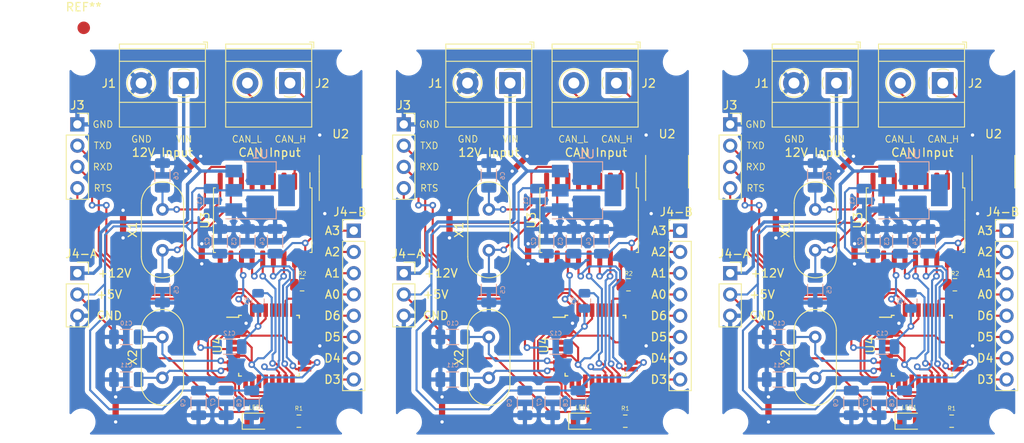
<source format=kicad_pcb>
(kicad_pcb (version 20211014) (generator pcbnew)
  (layers (0 "F.Cu" signal) (31 "B.Cu" signal) (34 "B.Paste" user) (35 "F.Paste" user) (36 "B.SilkS" user "B.Silkscreen") (37 "F.SilkS" user "F.Silkscreen") (38 "B.Mask" user) (39 "F.Mask" user) (44 "Edge.Cuts" user))
  (net 0 "")
  (net 1 "+5V")
  (net 2 "GND")
  (net 3 "U4_D3")
  (net 11 "INT")
  (net 12 "SCK")
  (net 13 "SI")
  (net 14 "SO")
  (net 15 "CS")
  (net 16 "U4_D4")
  (net 17 "U4_D6")
  (net 18 "U4_A0")
  (net 25 "U4_A1")
  (net 26 "U4_A2")
  (net 27 "U4_A3")
  (net 30 "U4_D5")
  (net 31 "/U2_U3_TXD")
  (net 32 "+12V")
  (net 33 "/CAN_H")
  (net 34 "/CAN_L")
  (net 35 "/U2_U3_RXD")
  (net 36 "/U3_RESET")
  (net 37 "/U4_RESET")
  (net 38 "U4_RXD")
  (net 39 "U4_TXD")
  (net 40 "/U3_OSC_2")
  (net 41 "/U3_OSC_1")
  (net 42 "/U4_OSC_1")
  (net 43 "/LED1")
  (net 44 "/U4_OSC_2")
  (net 45 "U4_RTS")
  (footprint "Package_QFP:TQFP-32_7x7mm_P0.8mm" (layer "F.Cu") (at 83.836 56.382)
    (fp_text reference "U4")
    (fp_text value "ATmega328P-A" hide)
  )
  (footprint "MountingHole:MountingHole_2.2mm_M2" (layer "F.Cu") (at 61.5 22.5)
    (fp_text reference "REF**" hide)
    (fp_text value "MountingHole_2.2mm_M2" hide)
  )
  (footprint "Resistor_SMD:R_0805_2012Metric" (layer "F.Cu") (at 48.7875 49.1)
    (fp_text reference "R2")
    (fp_text value "10K" hide)
  )
  (footprint "MountingHole:MountingHole_2.2mm_M2" (layer "F.Cu") (at 93.5 22.5)
    (fp_text reference "REF**" hide)
    (fp_text value "MountingHole_2.2mm_M2" hide)
  )
  (footprint "Package_SO:SOIC-18W_7.5x11.6mm_P1.27mm" (layer "F.Cu") (at 83.086 41.382 -90)
    (fp_text reference "U3")
    (fp_text value "MCP2515-xSO" hide)
  )
  (footprint "Resistor_SMD:R_0805_2012Metric" (layer "F.Cu") (at 48.405 65.4 180)
    (fp_text reference "R1")
    (fp_text value "1K" hide)
  )
  (footprint "Connector_PinSocket_2.54mm:PinSocket_1x04_P2.54mm_Vertical" (layer "F.Cu") (at 60.94 29.94)
    (fp_text reference "J3")
    (fp_text value "Conn_01x04_Female" hide)
  )
  (footprint "MountingHole:MountingHole_2.2mm_M2" (layer "F.Cu") (at 22.5 22.5)
    (fp_text reference "REF**" hide)
    (fp_text value "MountingHole_2.2mm_M2" hide)
  )
  (footprint "Crystal:Crystal_HC49-4H_Vertical" (layer "F.Cu") (at 110.11 40.1 -90)
    (fp_text reference "X1")
    (fp_text value "16MHz" hide)
  )
  (footprint "Connector_PinSocket_2.54mm:PinSocket_1x04_P2.54mm_Vertical" (layer "F.Cu") (at 99.94 29.94)
    (fp_text reference "J3")
    (fp_text value "Conn_01x04_Female" hide)
  )
  (footprint "Crystal:Crystal_HC49-4H_Vertical" (layer "F.Cu") (at 71.1 55.34 -90)
    (fp_text reference "X2")
    (fp_text value "16MHz" hide)
  )
  (footprint "Resistor_SMD:R_0805_2012Metric" (layer "F.Cu") (at 87.405 65.4 180)
    (fp_text reference "R1")
    (fp_text value "1K" hide)
  )
  (footprint "MountingHole:MountingHole_2.2mm_M2" (layer "F.Cu") (at 93.5 65.5)
    (fp_text reference "REF**" hide)
    (fp_text value "MountingHole_2.2mm_M2" hide)
  )
  (footprint "MountingHole:MountingHole_2.2mm_M2" (layer "F.Cu") (at 132.5 65.5)
    (fp_text reference "REF**" hide)
    (fp_text value "MountingHole_2.2mm_M2" hide)
  )
  (footprint "Package_SO:SOIC-8_3.9x4.9mm_P1.27mm" (layer "F.Cu") (at 53.4 35.59 90)
    (fp_text reference "U2")
    (fp_text value "TJA1051T" hide)
  )
  (footprint "TerminalBlock_Phoenix:TerminalBlock_Phoenix_MKDS-1,5-2-5.08_1x02_P5.08mm_Horizontal" (layer "F.Cu") (at 73.64 25 180)
    (fp_text reference "J1")
    (fp_text value "Screw_Terminal_01x02" hide)
  )
  (footprint "Fiducial:Fiducial_1.5mm_Mask3mm" (layer "F.Cu") (at 22.7 18.4)
    (fp_text reference "REF**")
    (fp_text value "Fiducial_1.5mm_Mask3mm")
  )
  (footprint "Package_SO:SOIC-8_3.9x4.9mm_P1.27mm" (layer "F.Cu") (at 92.4 35.59 90)
    (fp_text reference "U2")
    (fp_text value "TJA1051T" hide)
  )
  (footprint "TerminalBlock_Phoenix:TerminalBlock_Phoenix_MKDS-1,5-2-5.08_1x02_P5.08mm_Horizontal" (layer "F.Cu") (at 34.64 25 180)
    (fp_text reference "J1")
    (fp_text value "Screw_Terminal_01x02" hide)
  )
  (footprint "MountingHole:MountingHole_2.2mm_M2" (layer "F.Cu") (at 132.5 22.5)
    (fp_text reference "REF**" hide)
    (fp_text value "MountingHole_2.2mm_M2" hide)
  )
  (footprint "Package_QFP:TQFP-32_7x7mm_P0.8mm" (layer "F.Cu") (at 44.836 56.382)
    (fp_text reference "U4")
    (fp_text value "ATmega328P-A" hide)
  )
  (footprint "MountingHole:MountingHole_2.2mm_M2" (layer "F.Cu") (at 100.5 65.5)
    (fp_text reference "REF**" hide)
    (fp_text value "MountingHole_2.2mm_M2" hide)
  )
  (footprint "Package_QFP:TQFP-32_7x7mm_P0.8mm" (layer "F.Cu") (at 122.836 56.382)
    (fp_text reference "U4")
    (fp_text value "ATmega328P-A" hide)
  )
  (footprint "Resistor_SMD:R_0805_2012Metric" (layer "F.Cu") (at 126.405 65.4 180)
    (fp_text reference "R1")
    (fp_text value "1K" hide)
  )
  (footprint "Resistor_SMD:R_0805_2012Metric" (layer "F.Cu") (at 126.7875 49.1)
    (fp_text reference "R2")
    (fp_text value "10K" hide)
  )
  (footprint "Resistor_SMD:R_0805_2012Metric" (layer "F.Cu") (at 87.7875 49.1)
    (fp_text reference "R2")
    (fp_text value "10K" hide)
  )
  (footprint "Package_SO:SOIC-18W_7.5x11.6mm_P1.27mm" (layer "F.Cu") (at 122.086 41.382 -90)
    (fp_text reference "U3")
    (fp_text value "MCP2515-xSO" hide)
  )
  (footprint "Crystal:Crystal_HC49-4H_Vertical" (layer "F.Cu") (at 32.11 40.1 -90)
    (fp_text reference "X1")
    (fp_text value "16MHz" hide)
  )
  (footprint "LED_SMD:LED_0805_2012Metric" (layer "F.Cu") (at 82.325 65.4)
    (fp_text reference "LED1")
    (fp_text value "Green" hide)
  )
  (footprint "TerminalBlock_Phoenix:TerminalBlock_Phoenix_MKDS-1,5-2-5.08_1x02_P5.08mm_Horizontal" (layer "F.Cu") (at 86.34 25 180)
    (fp_text reference "J2")
    (fp_text value "Screw_Terminal_01x02" hide)
  )
  (footprint "LED_SMD:LED_0805_2012Metric" (layer "F.Cu") (at 121.325 65.4)
    (fp_text reference "LED1")
    (fp_text value "Green" hide)
  )
  (footprint "Crystal:Crystal_HC49-4H_Vertical" (layer "F.Cu") (at 71.11 40.1 -90)
    (fp_text reference "X1")
    (fp_text value "16MHz" hide)
  )
  (footprint "Connector_PinSocket_2.54mm:PinSocket_1x04_P2.54mm_Vertical" (layer "F.Cu") (at 21.94 29.94)
    (fp_text reference "J3")
    (fp_text value "Conn_01x04_Female" hide)
  )
  (footprint "Package_SO:SOIC-8_3.9x4.9mm_P1.27mm" (layer "F.Cu") (at 131.4 35.59 90)
    (fp_text reference "U2")
    (fp_text value "TJA1051T" hide)
  )
  (footprint "TerminalBlock_Phoenix:TerminalBlock_Phoenix_MKDS-1,5-2-5.08_1x02_P5.08mm_Horizontal" (layer "F.Cu") (at 112.64 25 180)
    (fp_text reference "J1")
    (fp_text value "Screw_Terminal_01x02" hide)
  )
  (footprint "TerminalBlock_Phoenix:TerminalBlock_Phoenix_MKDS-1,5-2-5.08_1x02_P5.08mm_Horizontal" (layer "F.Cu") (at 125.34 25 180)
    (fp_text reference "J2")
    (fp_text value "Screw_Terminal_01x02" hide)
  )
  (footprint "Package_SO:SOIC-18W_7.5x11.6mm_P1.27mm" (layer "F.Cu") (at 44.086 41.382 -90)
    (fp_text reference "U3")
    (fp_text value "MCP2515-xSO" hide)
  )
  (footprint "MountingHole:MountingHole_2.2mm_M2" (layer "F.Cu") (at 61.5 65.5)
    (fp_text reference "REF**" hide)
    (fp_text value "MountingHole_2.2mm_M2" hide)
  )
  (footprint "MountingHole:MountingHole_2.2mm_M2" (layer "F.Cu") (at 22.5 65.5)
    (fp_text reference "REF**" hide)
    (fp_text value "MountingHole_2.2mm_M2" hide)
  )
  (footprint "MountingHole:MountingHole_2.2mm_M2" (layer "F.Cu") (at 54.5 65.5)
    (fp_text reference "REF**" hide)
    (fp_text value "MountingHole_2.2mm_M2" hide)
  )
  (footprint "CAN_ATmega:Connector_female" (layer "F.Cu") (at 37.18 50.26)
    (fp_text reference "J4-A")
    (fp_text value "Connector_female" hide)
  )
  (footprint "TerminalBlock_Phoenix:TerminalBlock_Phoenix_MKDS-1,5-2-5.08_1x02_P5.08mm_Horizontal" (layer "F.Cu") (at 47.34 25 180)
    (fp_text reference "J2")
    (fp_text value "Screw_Terminal_01x02" hide)
  )
  (footprint "CAN_ATmega:Connector_female" (layer "F.Cu") (at 115.18 50.26)
    (fp_text reference "J4-A")
    (fp_text value "Connector_female" hide)
  )
  (footprint "Crystal:Crystal_HC49-4H_Vertical" (layer "F.Cu") (at 32.1 55.34 -90)
    (fp_text reference "X2")
    (fp_text value "16MHz" hide)
  )
  (footprint "Crystal:Crystal_HC49-4H_Vertical" (layer "F.Cu") (at 110.1 55.34 -90)
    (fp_text reference "X2")
    (fp_text value "16MHz" hide)
  )
  (footprint "MountingHole:MountingHole_2.2mm_M2" (layer "F.Cu") (at 100.5 22.5)
    (fp_text reference "REF**" hide)
    (fp_text value "MountingHole_2.2mm_M2" hide)
  )
  (footprint "MountingHole:MountingHole_2.2mm_M2" (layer "F.Cu") (at 54.5 22.5)
    (fp_text reference "REF**" hide)
    (fp_text value "MountingHole_2.2mm_M2" hide)
  )
  (footprint "CAN_ATmega:Connector_female" (layer "F.Cu") (at 76.18 50.26)
    (fp_text reference "J4-A")
    (fp_text value "Connector_female" hide)
  )
  (footprint "LED_SMD:LED_0805_2012Metric" (layer "F.Cu") (at 43.325 65.4)
    (fp_text reference "LED1")
    (fp_text value "Green" hide)
  )
  (footprint "Capacitor_SMD:C_1206_3216Metric" (layer "B.Cu") (at 71.1 49.752 90)
    (fp_text reference "C5")
    (fp_text value "22PF" hide)
  )
  (footprint "Capacitor_SMD:C_1206_3216Metric" (layer "B.Cu") (at 110.1 36.036 -90)
    (fp_text reference "C6")
    (fp_text value "22PF" hide)
  )
  (footprint "Capacitor_SMD:C_1206_3216Metric" (layer "B.Cu") (at 78.72 63.214 -90)
    (fp_text reference "C7")
    (fp_text value "0.1uF" hide)
  )
  (footprint "Capacitor_SMD:C_1206_3216Metric" (layer "B.Cu") (at 105.782 60.42)
    (fp_text reference "C11")
    (fp_text value "22PF" hide)
  )
  (footprint "Capacitor_SMD:C_1206_3216Metric" (layer "B.Cu") (at 116.958 43.91 90)
    (fp_text reference "C2")
    (fp_text value "10uF/16V" hide)
  )
  (footprint "Package_TO_SOT_SMD:SOT-223" (layer "B.Cu") (at 82.784 37.814)
    (fp_text reference "U1")
    (fp_text value "LM1117-5.0" hide)
  )
  (footprint "Capacitor_SMD:C_1206_3216Metric" (layer "B.Cu") (at 27.782 60.42)
    (fp_text reference "C11")
    (fp_text value "22PF" hide)
  )
  (footprint "Package_TO_SOT_SMD:SOT-223" (layer "B.Cu") (at 43.784 37.814)
    (fp_text reference "U1")
    (fp_text value "LM1117-5.0" hide)
  )
  (footprint "Capacitor_SMD:C_1206_3216Metric" (layer "B.Cu") (at 114.418 63.214 -90)
    (fp_text reference "C9")
    (fp_text value "0.1uF" hide)
  )
  (footprint "Package_TO_SOT_SMD:SOT-223" (layer "B.Cu") (at 121.784 37.814)
    (fp_text reference "U1")
    (fp_text value "LM1117-5.0" hide)
  )
  (footprint "Capacitor_SMD:C_1206_3216Metric" (layer "B.Cu") (at 120.768 63.214 -90)
    (fp_text reference "C8")
    (fp_text value "10uF/16V" hide)
  )
  (footprint "Capacitor_SMD:C_1206_3216Metric" (layer "B.Cu") (at 79.1 56.5)
    (fp_text reference "C12")
    (fp_text value "1uF" hide)
  )
  (footprint "Capacitor_SMD:C_1206_3216Metric" (layer "B.Cu") (at 123.562 43.91 90)
    (fp_text reference "C4")
    (fp_text value "0.1uF" hide)
  )
  (footprint "Resistor_SMD:R_0805_2012Metric" (layer "B.Cu") (at 43.53 51.022 -90)
    (fp_text reference "R3")
    (fp_text value "10K" hide)
  )
  (footprint "Capacitor_SMD:C_1206_3216Metric" (layer "B.Cu") (at 81.26 43.91 90)
    (fp_text reference "C3")
    (fp_text value "0.1uF" hide)
  )
  (footprint "Capacitor_SMD:C_1206_3216Metric" (layer "B.Cu") (at 42.26 43.91 90)
    (fp_text reference "C3")
    (fp_text value "0.1uF" hide)
  )
  (footprint "Capacitor_SMD:C_1206_3216Metric" (layer "B.Cu") (at 42.768 63.214 -90)
    (fp_text reference "C8")
    (fp_text value "10uF/16V" hide)
  )
  (footprint "Capacitor_SMD:C_1206_3216Metric" (layer "B.Cu") (at 71.1 36.036 -90)
    (fp_text reference "C6")
    (fp_text value "22PF" hide)
  )
  (footprint "Capacitor_SMD:C_1206_3216Metric" (layer "B.Cu") (at 37.942 39.084 -90)
    (fp_text reference "C1")
    (fp_text value "1uF" hide)
  )
  (footprint "Capacitor_SMD:C_1206_3216Metric" (layer "B.Cu") (at 66.782 60.42)
    (fp_text reference "C11")
    (fp_text value "22PF" hide)
  )
  (footprint "Resistor_SMD:R_0805_2012Metric" (layer "B.Cu") (at 82.53 51.022 -90)
    (fp_text reference "R3")
    (fp_text value "10K" hide)
  )
  (footprint "Capacitor_SMD:C_1206_3216Metric" (layer "B.Cu") (at 66.782 55.34 180)
    (fp_text reference "C10")
    (fp_text value "22PF" hide)
  )
  (footprint "Capacitor_SMD:C_1206_3216Metric" (layer "B.Cu") (at 38.958 43.91 90)
    (fp_text reference "C2")
    (fp_text value "10uF/16V" hide)
  )
  (footprint "Capacitor_SMD:C_1206_3216Metric" (layer "B.Cu") (at 81.768 63.214 -90)
    (fp_text reference "C8")
    (fp_text value "10uF/16V" hide)
  )
  (footprint "Capacitor_SMD:C_1206_3216Metric" (layer "B.Cu") (at 39.72 63.214 -90)
    (fp_text reference "C7")
    (fp_text value "0.1uF" hide)
  )
  (footprint "Capacitor_SMD:C_1206_3216Metric" (layer "B.Cu") (at 76.942 39.084 -90)
    (fp_text reference "C1")
    (fp_text value "1uF" hide)
  )
  (footprint "Capacitor_SMD:C_1206_3216Metric" (layer "B.Cu") (at 32.1 49.752 90)
    (fp_text reference "C5")
    (fp_text value "22PF" hide)
  )
  (footprint "Capacitor_SMD:C_1206_3216Metric" (layer "B.Cu") (at 110.1 49.752 90)
    (fp_text reference "C5")
    (fp_text value "22PF" hide)
  )
  (footprint "Capacitor_SMD:C_1206_3216Metric" (layer "B.Cu") (at 75.418 63.214 -90)
    (fp_text reference "C9")
    (fp_text value "0.1uF" hide)
  )
  (footprint "Resistor_SMD:R_0805_2012Metric" (layer "B.Cu") (at 121.53 51.022 -90)
    (fp_text reference "R3")
    (fp_text value "10K" hide)
  )
  (footprint "Capacitor_SMD:C_1206_3216Metric" (layer "B.Cu") (at 118.1 56.5)
    (fp_text reference "C12")
    (fp_text value "1uF" hide)
  )
  (footprint "Capacitor_SMD:C_1206_3216Metric" (layer "B.Cu") (at 120.26 43.91 90)
    (fp_text reference "C3")
    (fp_text value "0.1uF" hide)
  )
  (footprint "Capacitor_SMD:C_1206_3216Metric" (layer "B.Cu") (at 77.958 43.91 90)
    (fp_text reference "C2")
    (fp_text value "10uF/16V" hide)
  )
  (footprint "Capacitor_SMD:C_1206_3216Metric" (layer "B.Cu") (at 45.562 43.91 90)
    (fp_text reference "C4")
    (fp_text value "0.1uF" hide)
  )
  (footprint "Capacitor_SMD:C_1206_3216Metric" (layer "B.Cu") (at 32.1 36.036 -90)
    (fp_text reference "C6")
    (fp_text value "22PF" hide)
  )
  (footprint "Capacitor_SMD:C_1206_3216Metric" (layer "B.Cu") (at 115.942 39.084 -90)
    (fp_text reference "C1")
    (fp_text value "1uF" hide)
  )
  (footprint "Capacitor_SMD:C_1206_3216Metric" (layer "B.Cu") (at 36.418 63.214 -90)
    (fp_text reference "C9")
    (fp_text value "0.1uF" hide)
  )
  (footprint "Capacitor_SMD:C_1206_3216Metric" (layer "B.Cu") (at 84.562 43.91 90)
    (fp_text reference "C4")
    (fp_text value "0.1uF" hide)
  )
  (footprint "Capacitor_SMD:C_1206_3216Metric" (layer "B.Cu") (at 27.782 55.34 180)
    (fp_text reference "C10")
    (fp_text value "22PF" hide)
  )
  (footprint "Capacitor_SMD:C_1206_3216Metric" (layer "B.Cu") (at 105.782 55.34 180)
    (fp_text reference "C10")
    (fp_text value "22PF" hide)
  )
  (footprint "Capacitor_SMD:C_1206_3216Metric" (layer "B.Cu") (at 117.72 63.214 -90)
    (fp_text reference "C7")
    (fp_text value "0.1uF" hide)
  )
  (footprint "Capacitor_SMD:C_1206_3216Metric" (layer "B.Cu") (at 40.1 56.5)
    (fp_text reference "C12")
    (fp_text value "1uF" hide)
  )
  (gr_text "GND" (at 102.988 29.94) (layer "F.SilkS") (effects (font (size 0.8 0.8) (thickness 0.1))))
  (gr_text "RTS" (at 102.988 37.56) (layer "F.SilkS") (effects (font (size 0.8 0.8) (thickness 0.1))))
  (gr_text "GND" (at 29.6 31.7) (layer "F.SilkS") (effects (font (size 0.8 0.8) (thickness 0.1))))
  (gr_text "GND" (at 68.6 31.7) (layer "F.SilkS") (effects (font (size 0.8 0.8) (thickness 0.1))))
  (gr_text "GND" (at 24.988 29.94) (layer "F.SilkS") (effects (font (size 0.8 0.8) (thickness 0.1))))
  (gr_text "RXD" (at 63.988 35.02) (layer "F.SilkS") (effects (font (size 0.8 0.8) (thickness 0.1))))
  (gr_text "J4-B" (at 54.5 40.4) (layer "F.SilkS") (effects (font (size 1 1))))
  (gr_text "GND" (at 63.988 29.94) (layer "F.SilkS") (effects (font (size 0.8 0.8) (thickness 0.1))))
  (gr_text "VIN" (at 34.7 31.7) (layer "F.SilkS") (effects (font (size 0.8 0.8) (thickness 0.1))))
  (gr_text "J4-B" (at 93.5 40.4) (layer "F.SilkS") (effects (font (size 1 1))))
  (gr_text "RTS" (at 63.988 37.56) (layer "F.SilkS") (effects (font (size 0.8 0.8) (thickness 0.1))))
  (gr_text "TXD" (at 102.988 32.48) (layer "F.SilkS") (effects (font (size 0.8 0.8) (thickness 0.1))))
  (gr_text "CAN_L" (at 42.2 31.7) (layer "F.SilkS") (effects (font (size 0.8 0.8) (thickness 0.1))))
  (gr_text "CAN Input" (at 83.9 33.3) (layer "F.SilkS") (effects (font (size 1 1))))
  (gr_text "TXD" (at 63.988 32.48) (layer "F.SilkS") (effects (font (size 0.8 0.8) (thickness 0.1))))
  (gr_text "12V Input" (at 71.1 33.3) (layer "F.SilkS") (effects (font (size 1 1))))
  (gr_text "VIN" (at 112.7 31.7) (layer "F.SilkS") (effects (font (size 0.8 0.8) (thickness 0.1))))
  (gr_text "RXD" (at 102.988 35.02) (layer "F.SilkS") (effects (font (size 0.8 0.8) (thickness 0.1))))
  (gr_text "J4-B" (at 132.5 40.4) (layer "F.SilkS") (effects (font (size 1 1))))
  (gr_text "GND" (at 107.6 31.7) (layer "F.SilkS") (effects (font (size 0.8 0.8) (thickness 0.1))))
  (gr_text "CAN_L" (at 81.2 31.7) (layer "F.SilkS") (effects (font (size 0.8 0.8) (thickness 0.1))))
  (gr_text "CAN_H" (at 86.4 31.7) (layer "F.SilkS") (effects (font (size 0.8 0.8) (thickness 0.1))))
  (gr_text "TXD" (at 24.988 32.48) (layer "F.SilkS") (effects (font (size 0.8 0.8) (thickness 0.1))))
  (gr_text "CAN Input" (at 122.9 33.3) (layer "F.SilkS") (effects (font (size 1 1))))
  (gr_text "12V Input" (at 110.1 33.3) (layer "F.SilkS") (effects (font (size 1 1))))
  (gr_text "CAN_H" (at 125.4 31.7) (layer "F.SilkS") (effects (font (size 0.8 0.8) (thickness 0.1))))
  (gr_text "12V Input" (at 32.1 33.3) (layer "F.SilkS") (effects (font (size 1 1))))
  (gr_text "VIN" (at 73.7 31.7) (layer "F.SilkS") (effects (font (size 0.8 0.8) (thickness 0.1))))
  (gr_text "CAN_H" (at 47.4 31.7) (layer "F.SilkS") (effects (font (size 0.8 0.8) (thickness 0.1))))
  (gr_text "CAN Input" (at 44.9 33.3) (layer "F.SilkS") (effects (font (size 1 1))))
  (gr_text "CAN_L" (at 120.2 31.7) (layer "F.SilkS") (effects (font (size 0.8 0.8) (thickness 0.1))))
  (gr_text "RXD" (at 24.988 35.02) (layer "F.SilkS") (effects (font (size 0.8 0.8) (thickness 0.1))))
  (gr_text "RTS" (at 24.988 37.56) (layer "F.SilkS") (effects (font (size 0.8 0.8) (thickness 0.1))))
  (segment (start 32.98 57.88) (end 39.4 64.3) (width 0.25) (layer "F.Cu") (net 1))
  (segment (start 79.586 57.582) (end 80.962 57.582) (width 0.25) (layer "F.Cu") (net 1))
  (segment (start 81.768 56.61) (end 81.768 58.642) (width 0.25) (layer "F.Cu") (net 1))
  (segment (start 42.768 58.388) (end 42.768 58.642) (width 0.25) (layer "F.Cu") (net 1))
  (segment (start 88.7 49.1) (end 88.7 48.1) (width 0.25) (layer "F.Cu") (net 1))
  (segment (start 80.962 57.582) (end 81.768 58.388) (width 0.25) (layer "F.Cu") (net 1))
  (segment (start 88.284 44.116) (end 88.166 44.116) (width 0.25) (layer "F.Cu") (net 1))
  (segment (start 49.7 48.1) (end 49.166 47.566) (width 0.25) (layer "F.Cu") (net 1))
  (segment (start 127.7 49.1) (end 127.7 48.1) (width 0.25) (layer "F.Cu") (net 1))
  (segment (start 88.3175 65.4) (end 88.3175 64.4825) (width 0.25) (layer "F.Cu") (net 1))
  (segment (start 54.035 38.065) (end 54.035 39.365) (width 0.25) (layer "F.Cu") (net 1))
  (segment (start 29.56 57.88) (end 32.98 57.88) (width 0.25) (layer "F.Cu") (net 1))
  (segment (start 81.768 58.388) (end 81.768 58.642) (width 0.25) (layer "F.Cu") (net 1))
  (segment (start 54.035 39.365) (end 49.284 44.116) (width 0.25) (layer "F.Cu") (net 1))
  (segment (start 49.086 58.382) (end 50.586 58.382) (width 0.25) (layer "F.Cu") (net 1))
  (segment (start 49.166 44.116) (end 49.166 46.032) (width 0.25) (layer "F.Cu") (net 1))
  (segment (start 79.586 55.982) (end 81.14 55.982) (width 0.25) (layer "F.Cu") (net 1))
  (segment (start 88.7 48.1) (end 88.166 47.566) (width 0.25) (layer "F.Cu") (net 1))
  (segment (start 99.94 50.26) (end 107.56 57.88) (width 0.25) (layer "F.Cu") (net 1))
  (segment (start 119.962 57.582) (end 120.768 58.388) (width 0.25) (layer "F.Cu") (net 1))
  (segment (start 49.7 49.1) (end 49.7 48.1) (width 0.25) (layer "F.Cu") (net 1))
  (segment (start 71.98 57.88) (end 78.4 64.3) (width 0.25) (layer "F.Cu") (net 1))
  (segment (start 107.56 57.88) (end 110.98 57.88) (width 0.25) (layer "F.Cu") (net 1))
  (segment (start 127.3175 65.4) (end 127.3175 64.4825) (width 0.25) (layer "F.Cu") (net 1))
  (segment (start 132.035 38.065) (end 132.035 39.365) (width 0.25) (layer "F.Cu") (net 1))
  (segment (start 60.94 50.26) (end 68.56 57.88) (width 0.25) (layer "F.Cu") (net 1))
  (segment (start 41.962 57.582) (end 42.768 58.388) (width 0.25) (layer "F.Cu") (net 1))
  (segment (start 39.4 64.3) (end 49.135 64.3) (width 0.25) (layer "F.Cu") (net 1))
  (segment (start 49.284 44.116) (end 49.166 44.116) (width 0.25) (layer "F.Cu") (net 1))
  (segment (start 42.768 56.61) (end 42.768 58.642) (width 0.25) (layer "F.Cu") (net 1))
  (segment (start 93.035 38.065) (end 93.035 39.365) (width 0.25) (layer "F.Cu") (net 1))
  (segment (start 42.14 55.982) (end 42.768 56.61) (width 0.25) (layer "F.Cu") (net 1))
  (segment (start 132.035 39.365) (end 127.284 44.116) (width 0.25) (layer "F.Cu") (net 1))
  (segment (start 78.4 64.3) (end 88.135 64.3) (width 0.25) (layer "F.Cu") (net 1))
  (segment (start 40.586 55.982) (end 42.14 55.982) (width 0.25) (layer "F.Cu") (net 1))
  (segment (start 49.3175 64.4825) (end 49.135 64.3) (width 0.25) (layer "F.Cu") (net 1))
  (segment (start 40.586 57.582) (end 41.962 57.582) (width 0.25) (layer "F.Cu") (net 1))
  (segment (start 110.98 57.88) (end 117.4 64.3) (width 0.25) (layer "F.Cu") (net 1))
  (segment (start 120.768 56.61) (end 120.768 58.642) (width 0.25) (layer "F.Cu") (net 1))
  (segment (start 120.14 55.982) (end 120.768 56.61) (width 0.25) (layer "F.Cu") (net 1))
  (segment (start 68.56 57.88) (end 71.98 57.88) (width 0.25) (layer "F.Cu") (net 1))
  (segment (start 88.166 47.566) (end 88.166 46.032) (width 0.25) (layer "F.Cu") (net 1))
  (segment (start 49.166 47.566) (end 49.166 46.032) (width 0.25) (layer "F.Cu") (net 1))
  (segment (start 88.086 58.382) (end 89.586 58.382) (width 0.25) (layer "F.Cu") (net 1))
  (segment (start 127.166 44.116) (end 127.166 46.032) (width 0.25) (layer "F.Cu") (net 1))
  (segment (start 127.3175 64.4825) (end 127.135 64.3) (width 0.25) (layer "F.Cu") (net 1))
  (segment (start 117.4 64.3) (end 127.135 64.3) (width 0.25) (layer "F.Cu") (net 1))
  (segment (start 127.086 58.382) (end 128.586 58.382) (width 0.25) (layer "F.Cu") (net 1))
  (segment (start 127.284 44.116) (end 127.166 44.116) (width 0.25) (layer "F.Cu") (net 1))
  (segment (start 127.166 47.566) (end 127.166 46.032) (width 0.25) (layer "F.Cu") (net 1))
  (segment (start 21.94 50.26) (end 29.56 57.88) (width 0.25) (layer "F.Cu") (net 1))
  (segment (start 127.7 48.1) (end 127.166 47.566) (width 0.25) (layer "F.Cu") (net 1))
  (segment (start 120.768 58.388) (end 120.768 58.642) (width 0.25) (layer "F.Cu") (net 1))
  (segment (start 93.035 39.365) (end 88.284 44.116) (width 0.25) (layer "F.Cu") (net 1))
  (segment (start 81.14 55.982) (end 81.768 56.61) (width 0.25) (layer "F.Cu") (net 1))
  (segment (start 88.3175 64.4825) (end 88.135 64.3) (width 0.25) (layer "F.Cu") (net 1))
  (segment (start 118.586 55.982) (end 120.14 55.982) (width 0.25) (layer "F.Cu") (net 1))
  (segment (start 88.166 44.116) (end 88.166 46.032) (width 0.25) (layer "F.Cu") (net 1))
  (segment (start 49.3175 65.4) (end 49.3175 64.4825) (width 0.25) (layer "F.Cu") (net 1))
  (segment (start 118.586 57.582) (end 119.962 57.582) (width 0.25) (layer "F.Cu") (net 1))
  (via (at 42.768 58.642) (size 0.8) (drill 0.4) (layers "F.Cu" "B.Cu") (net 1))
  (via (at 49.166 44.116) (size 0.8) (drill 0.4) (layers "F.Cu" "B.Cu") (net 1))
  (via (at 50.586 58.382) (size 0.8) (drill 0.4) (layers "F.Cu" "B.Cu") (net 1))
  (via (at 128.586 58.382) (size 0.8) (drill 0.4) (layers "F.Cu" "B.Cu") (net 1))
  (via (at 127.166 44.116) (size 0.8) (drill 0.4) (layers "F.Cu" "B.Cu") (net 1))
  (via (at 88.166 44.116) (size 0.8) (drill 0.4) (layers "F.Cu" "B.Cu") (net 1))
  (via (at 81.768 58.642) (size 0.8) (drill 0.4) (layers "F.Cu" "B.Cu") (net 1))
  (via (at 89.586 58.382) (size 0.8) (drill 0.4) (layers "F.Cu" "B.Cu") (net 1))
  (via (at 120.768 58.642) (size 0.8) (drill 0.4) (layers "F.Cu" "B.Cu") (net 1))
  (segment (start 78.72 61.739) (end 81.768 61.739) (width 0.25) (layer "B.Cu") (net 1))
  (segment (start 37.942 37.609) (end 37.893 37.56) (width 0.25) (layer "B.Cu") (net 1))
  (segment (start 45.161498 50.621498) (end 45.161498 56.920106) (width 0.25) (layer "B.Cu") (net 1))
  (segment (start 25.75 63.976) (end 32.1 63.976) (width 0.25) (layer "B.Cu") (net 1))
  (segment (start 74.656 41.386462) (end 74.656 42.844) (width 0.25) (layer "B.Cu") (net 1))
  (segment (start 75.164 37.56) (end 74.656 38.068) (width 0.25) (layer "B.Cu") (net 1))
  (segment (start 76.942 37.609) (end 76.893 37.56) (width 0.25) (layer "B.Cu") (net 1))
  (segment (start 83.292 60.166) (end 81.768 58.642) (width 0.25) (layer "B.Cu") (net 1))
  (segment (start 42.26 45.385) (end 45.562 45.385) (width 0.25) (layer "B.Cu") (net 1))
  (segment (start 37.893 37.56) (end 36.164 37.56) (width 0.25) (layer "B.Cu") (net 1))
  (segment (start 86.642 44.116) (end 88.166 44.116) (width 0.25) (layer "B.Cu") (net 1))
  (segment (start 44.201604 57.88) (end 43.53 57.88) (width 0.25) (layer "B.Cu") (net 1))
  (segment (start 64.242 48.99) (end 62.972 50.26) (width 0.25) (layer "B.Cu") (net 1))
  (segment (start 83.6495 50.1095) (end 84.161498 50.621498) (width 0.25) (layer "B.Cu") (net 1))
  (segment (start 103.242 48.99) (end 103.242 52.8) (width 0.25) (layer "B.Cu") (net 1))
  (segment (start 113.656 44.656) (end 114.385 45.385) (width 0.25) (layer "B.Cu") (net 1))
  (segment (start 73.337 61.739) (end 75.418 61.739) (width 0.25) (layer "B.Cu") (net 1))
  (segment (start 84.161498 56.920106) (end 83.201604 57.88) (width 0.25) (layer "B.Cu") (net 1))
  (segment (start 113.656 38.068) (end 113.656 41.386462) (width 0.25) (layer "B.Cu") (net 1))
  (segment (start 25.242 48.99) (end 23.972 50.26) (width 0.25) (layer "B.Cu") (net 1))
  (segment (start 81.768 61.739) (end 81.768 61.69) (width 0.25) (layer "B.Cu") (net 1))
  (segment (start 40.634 37.814) (end 38.147 37.814) (width 0.25) (layer "B.Cu") (net 1))
  (segment (start 101.464 54.578) (end 101.464 61.69) (width 0.25) (layer "B.Cu") (net 1))
  (segment (start 75.385 45.385) (end 77.958 45.385) (width 0.25) (layer "B.Cu") (net 1))
  (segment (start 25.242 43.148) (end 25.242 48.99) (width 0.25) (layer "B.Cu") (net 1))
  (segment (start 35.656 42.844) (end 35.656 44.656) (width 0.25) (layer "B.Cu") (net 1))
  (segment (start 42.768 61.69) (end 44.292 60.166) (width 0.25) (layer "B.Cu") (net 1))
  (segment (start 123.562 45.385) (end 124.373 45.385) (width 0.25) (layer "B.Cu") (net 1))
  (segment (start 79.634 37.814) (end 77.147 37.814) (width 0.25) (layer "B.Cu") (net 1))
  (segment (start 113.656 42.844) (end 113.656 44.656) (width 0.25) (layer "B.Cu") (net 1))
  (segment (start 103.242 52.8) (end 101.464 54.578) (width 0.25) (layer "B.Cu") (net 1))
  (segment (start 122.201604 57.88) (end 121.53 57.88) (width 0.25) (layer "B.Cu") (net 1))
  (segment (start 121.53 50.1095) (end 122.6495 50.1095) (width 0.25) (layer "B.Cu") (net 1))
  (segment (start 113.656 41.386462) (end 113.656 42.844) (width 0.25) (layer "B.Cu") (net 1))
  (segment (start 36.385 45.385) (end 38.958 45.385) (width 0.25) (layer "B.Cu") (net 1))
  (segment (start 85.373 45.385) (end 86.642 44.116) (width 0.25) (layer "B.Cu") (net 1))
  (segment (start 77.147 37.814) (end 76.942 37.609) (width 0.25) (layer "B.Cu") (net 1))
  (segment (start 101.972 50.26) (end 99.94 50.26) (width 0.25) (layer "B.Cu") (net 1))
  (segment (start 43.53 57.88) (end 42.768 58.642) (width 0.25) (layer "B.Cu") (net 1))
  (segment (start 103.242 48.99) (end 101.972 50.26) (width 0.25) (layer "B.Cu") (net 1))
  (segment (start 85.934 37.814) (end 79.634 37.814) (width 0.25) (layer "B.Cu") (net 1))
  (segment (start 74.656 44.656) (end 75.385 45.385) (width 0.25) (layer "B.Cu") (net 1))
  (segment (start 23.464 54.578) (end 23.464 61.69) (width 0.25) (layer "B.Cu") (net 1))
  (segment (start 43.53 50.1095) (end 44.6495 50.1095) (width 0.25) (layer "B.Cu") (net 1))
  (segment (start 65.265 42.125) (end 64.242 43.148) (width 0.25) (layer "B.Cu") (net 1))
  (segment (start 82.53 57.88) (end 81.768 58.642) (width 0.25) (layer "B.Cu") (net 1))
  (segment (start 62.464 61.69) (end 64.75 63.976) (width 0.25) (layer "B.Cu") (net 1))
  (segment (start 44.292 60.166) (end 42.768 58.642) (width 0.25) (layer "B.Cu") (net 1))
  (segment (start 120.768 61.69) (end 122.292 60.166) (width 0.25) (layer "B.Cu") (net 1))
  (segment (start 36.418 61.739) (end 39.72 61.739) (width 0.25) (layer "B.Cu") (net 1))
  (segment (start 103.75 63.976) (end 110.1 63.976) (width 0.25) (layer "B.Cu") (net 1))
  (segment (start 124.373 45.385) (end 125.642 44.116) (width 0.25) (layer "B.Cu") (net 1))
  (segment (start 122.6495 50.1095) (end 123.161498 50.621498) (width 0.25) (layer "B.Cu") (net 1))
  (segment (start 81.768 61.69) (end 83.292 60.166) (width 0.25) (layer "B.Cu") (net 1))
  (segment (start 75.418 61.739) (end 78.72 61.739) (width 0.25) (layer "B.Cu") (net 1))
  (segment (start 123.161498 56.920106) (end 122.201604 57.88) (width 0.25) (layer "B.Cu") (net 1))
  (segment (start 126.802 60.166) (end 122.292 60.166) (width 0.25) (layer "B.Cu") (net 1))
  (segment (start 38.958 45.385) (end 42.26 45.385) (width 0.25) (layer "B.Cu") (net 1))
  (segment (start 35.656 44.656) (end 36.385 45.385) (width 0.25) (layer "B.Cu") (net 1))
  (segment (start 114.418 61.739) (end 117.72 61.739) (width 0.25) (layer "B.Cu") (net 1))
  (segment (start 38.147 37.814) (end 37.942 37.609) (width 0.25) (layer "B.Cu") (net 1))
  (segment (start 35.656 41.386462) (end 35.656 42.844) (width 0.25) (layer "B.Cu") (net 1))
  (segment (start 116.958 45.385) (end 120.26 45.385) (width 0.25) (layer "B.Cu") (net 1))
  (segment (start 64.242 43.148) (end 64.242 48.99) (width 0.25) (layer "B.Cu") (net 1))
  (segment (start 64.75 63.976) (end 71.1 63.976) (width 0.25) (layer "B.Cu") (net 1))
  (segment (start 112.917462 42.125) (end 112.937 42.125) (width 0.25) (layer "B.Cu") (net 1))
  (segment (start 74.656 38.068) (end 74.656 41.386462) (width 0.25) (layer "B.Cu") (net 1))
  (segment (start 26.265 42.125) (end 25.242 43.148) (width 0.25) (layer "B.Cu") (net 1))
  (segment (start 76.893 37.56) (end 75.164 37.56) (width 0.25) (layer "B.Cu") (net 1))
  (segment (start 71.1 63.976) (end 73.337 61.739) (width 0.25) (layer "B.Cu") (net 1))
  (segment (start 113.656 41.386462) (end 112.917462 42.125) (width 0.25) (layer "B.Cu") (net 1))
  (segment (start 84.161498 50.621498) (end 84.161498 56.920106) (width 0.25) (layer "B.Cu") (net 1))
  (segment (start 34.337 61.739) (end 36.418 61.739) (width 0.25) (layer "B.Cu") (net 1))
  (segment (start 23.464 61.69) (end 25.75 63.976) (width 0.25) (layer "B.Cu") (net 1))
  (segment (start 23.972 50.26) (end 21.94 50.26) (width 0.25) (layer "B.Cu") (net 1))
  (segment (start 103.242 43.148) (end 103.242 48.99) (width 0.25) (layer "B.Cu") (net 1))
  (segment (start 42.768 61.739) (end 42.768 61.69) (width 0.25) (layer "B.Cu") (net 1))
  (segment (start 81.26 45.385) (end 84.562 45.385) (width 0.25) (layer "B.Cu") (net 1))
  (segment (start 64.242 52.8) (end 62.464 54.578) (width 0.25) (layer "B.Cu") (net 1))
  (segment (start 115.942 37.609) (end 115.893 37.56) (width 0.25) (layer "B.Cu") (net 1))
  (segment (start 112.937 42.125) (end 113.656 42.844) (width 0.25) (layer "B.Cu") (net 1))
  (segment (start 120.768 61.739) (end 120.768 61.69) (width 0.25) (layer "B.Cu") (net 1))
  (segment (start 35.656 38.068) (end 35.656 41.386462) (width 0.25) (layer "B.Cu") (net 1))
  (segment (start 84.562 45.385) (end 85.373 45.385) (width 0.25) (layer "B.Cu") (net 1))
  (segment (start 112.917462 42.125) (end 104.265 42.125) (width 0.25) (layer "B.Cu") (net 1))
  (segment (start 123.161498 50.621498) (end 123.161498 56.920106) (width 0.25) (layer "B.Cu") (net 1))
  (segment (start 121.53 57.88) (end 120.768 58.642) (width 0.25) (layer "B.Cu") (net 1))
  (segment (start 117.72 61.739) (end 120.768 61.739) (width 0.25) (layer "B.Cu") (net 1))
  (segment (start 125.642 44.116) (end 127.166 44.116) (width 0.25) (layer "B.Cu") (net 1))
  (segment (start 87.802 60.166) (end 83.292 60.166) (width 0.25) (layer "B.Cu") (net 1))
  (segment (start 62.972 50.26) (end 60.94 50.26) (width 0.25) (layer "B.Cu") (net 1))
  (segment (start 46.934 37.814) (end 40.634 37.814) (width 0.25) (layer "B.Cu") (net 1))
  (segment (start 77.958 45.385) (end 81.26 45.385) (width 0.25) (layer "B.Cu") (net 1))
  (segment (start 101.464 61.69) (end 103.75 63.976) (width 0.25) (layer "B.Cu") (net 1))
  (segment (start 47.642 44.116) (end 49.166 44.116) (width 0.25) (layer "B.Cu") (net 1))
  (segment (start 83.201604 57.88) (end 82.53 57.88) (width 0.25) (layer "B.Cu") (net 1))
  (segment (start 104.265 42.125) (end 103.242 43.148) (width 0.25) (layer "B.Cu") (net 1))
  (segment (start 34.917462 42.125) (end 34.937 42.125) (width 0.25) (layer "B.Cu") (net 1))
  (segment (start 128.586 58.382) (end 126.802 60.166) (width 0.25) (layer "B.Cu") (net 1))
  (segment (start 89.586 58.382) (end 87.802 60.166) (width 0.25) (layer "B.Cu") (net 1))
  (segment (start 32.1 63.976) (end 34.337 61.739) (width 0.25) (layer "B.Cu") (net 1))
  (segment (start 114.164 37.56) (end 113.656 38.068) (width 0.25) (layer "B.Cu") (net 1))
  (segment (start 45.562 45.385) (end 46.373 45.385) (width 0.25) (layer "B.Cu") (net 1))
  (segment (start 34.937 42.125) (end 35.656 42.844) (width 0.25) (layer "B.Cu") (net 1))
  (segment (start 73.917462 42.125) (end 73.937 42.125) (width 0.25) (layer "B.Cu") (net 1))
  (segment (start 74.656 42.844) (end 74.656 44.656) (width 0.25) (layer "B.Cu") (net 1))
  (segment (start 46.373 45.385) (end 47.642 44.116) (width 0.25) (layer "B.Cu") (net 1))
  (segment (start 124.934 37.814) (end 118.634 37.814) (width 0.25) (layer "B.Cu") (net 1))
  (segment (start 116.147 37.814) (end 115.942 37.609) (width 0.25) (layer "B.Cu") (net 1))
  (segment (start 74.656 41.386462) (end 73.917462 42.125) (width 0.25) (layer "B.Cu") (net 1))
  (segment (start 25.242 48.99) (end 25.242 52.8) (width 0.25) (layer "B.Cu") (net 1))
  (segment (start 45.161498 56.920106) (end 44.201604 57.88) (width 0.25) (layer "B.Cu") (net 1))
  (segment (start 114.385 45.385) (end 116.958 45.385) (width 0.25) (layer "B.Cu") (net 1))
  (segment (start 112.337 61.739) (end 114.418 61.739) (width 0.25) (layer "B.Cu") (net 1))
  (segment (start 34.917462 42.125) (end 26.265 42.125) (width 0.25) (layer "B.Cu") (net 1))
  (segment (start 35.656 41.386462) (end 34.917462 42.125) (width 0.25) (layer "B.Cu") (net 1))
  (segment (start 48.802 60.166) (end 44.292 60.166) (width 0.25) (layer "B.Cu") (net 1))
  (segment (start 73.917462 42.125) (end 65.265 42.125) (width 0.25) (layer "B.Cu") (net 1))
  (segment (start 120.26 45.385) (end 123.562 45.385) (width 0.25) (layer "B.Cu") (net 1))
  (segment (start 44.6495 50.1095) (end 45.161498 50.621498) (width 0.25) (layer "B.Cu") (net 1))
  (segment (start 62.464 54.578) (end 62.464 61.69) (width 0.25) (layer "B.Cu") (net 1))
  (segment (start 50.586 58.382) (end 48.802 60.166) (width 0.25) (layer "B.Cu") (net 1))
  (segment (start 73.937 42.125) (end 74.656 42.844) (width 0.25) (layer "B.Cu") (net 1))
  (segment (start 36.164 37.56) (end 35.656 38.068) (width 0.25) (layer "B.Cu") (net 1))
  (segment (start 118.634 37.814) (end 116.147 37.814) (width 0.25) (layer "B.Cu") (net 1))
  (segment (start 115.893 37.56) (end 114.164 37.56) (width 0.25) (layer "B.Cu") (net 1))
  (segment (start 110.1 63.976) (end 112.337 61.739) (width 0.25) (layer "B.Cu") (net 1))
  (segment (start 122.292 60.166) (end 120.768 58.642) (width 0.25) (layer "B.Cu") (net 1))
  (segment (start 64.242 48.99) (end 64.242 52.8) (width 0.25) (layer "B.Cu") (net 1))
  (segment (start 25.242 52.8) (end 23.464 54.578) (width 0.25) (layer "B.Cu") (net 1))
  (segment (start 39.72 61.739) (end 42.768 61.739) (width 0.25) (layer "B.Cu") (net 1))
  (segment (start 82.53 50.1095) (end 83.6495 50.1095) (width 0.25) (layer "B.Cu") (net 1))
  (segment (start 81.782 55.182) (end 81.1 54.5) (width 0.25) (layer "F.Cu") (net 2))
  (segment (start 39.37 55.182) (end 38.704 55.848) (width 0.25) (layer "F.Cu") (net 2))
  (segment (start 34.894 35.528) (end 36.672 33.75) (width 0.75) (layer "F.Cu") (net 2))
  (segment (start 27.224 66.2) (end 26.512 65.488) (width 0.25) (layer "F.Cu") (net 2))
  (segment (start 51.495 33.115) (end 51.495 31.809) (width 0.25) (layer "F.Cu") (net 2))
  (segment (start 117.006 36.732) (end 117.006 39.194) (width 0.25) (layer "F.Cu") (net 2))
  (segment (start 118.586 55.182) (end 117.37 55.182) (width 0.25) (layer "F.Cu") (net 2))
  (segment (start 90.495 33.115) (end 90.495 31.809) (width 0.25) (layer "F.Cu") (net 2))
  (segment (start 81.782 55.182) (end 85.42 55.182) (width 0.25) (layer "F.Cu") (net 2))
  (segment (start 120.1 54.5) (end 120.1 53.7) (width 0.25) (layer "F.Cu") (net 2))
  (segment (start 39.13 56.782) (end 38.704 56.356) (width 0.25) (layer "F.Cu") (net 2))
  (segment (start 46.42 55.182) (end 47.22 55.982) (width 0.25) (layer "F.Cu") (net 2))
  (segment (start 78.006 39.194) (end 75.5 41.7) (width 0.25) (layer "F.Cu") (net 2))
  (segment (start 79.586 55.182) (end 80.718 55.182) (width 0.25) (layer "F.Cu") (net 2))
  (segment (start 79.586 55.182) (end 78.37 55.182) (width 0.25) (layer "F.Cu") (net 2))
  (segment (start 79.586 56.782) (end 78.13 56.782) (width 0.25) (layer "F.Cu") (net 2))
  (segment (start 78.006 36.732) (end 78.006 39.194) (width 0.25) (layer "F.Cu") (net 2))
  (segment (start 85.42 55.182) (end 86.22 55.982) (width 0.25) (layer "F.Cu") (net 2))
  (segment (start 105.4 41.7) (end 105.4 40.2) (width 0.75) (layer "F.Cu") (net 2))
  (segment (start 86.22 55.982) (end 88.086 55.982) (width 0.25) (layer "F.Cu") (net 2))
  (segment (start 104.512 65.488) (end 104.512 62.5) (width 0.75) (layer "F.Cu") (net 2))
  (segment (start 128.482 55.982) (end 127.086 55.982) (width 0.25) (layer "F.Cu") (net 2))
  (segment (start 50.482 55.982) (end 49.086 55.982) (width 0.25) (layer "F.Cu") (net 2))
  (segment (start 130.765 39.335) (end 130.765 38.065) (width 0.25) (layer "F.Cu") (net 2))
  (segment (start 91.765 39.335) (end 91.765 38.065) (width 0.25) (layer "F.Cu") (net 2))
  (segment (start 66.4 43.5) (end 66.4 41.7) (width 0.75) (layer "F.Cu") (net 2))
  (segment (start 125.22 55.982) (end 127.086 55.982) (width 0.25) (layer "F.Cu") (net 2))
  (segment (start 40.586 56.782) (end 39.13 56.782) (width 0.25) (layer "F.Cu") (net 2))
  (segment (start 41.718 55.182) (end 42.782 55.182) (width 0.25) (layer "F.Cu") (net 2))
  (segment (start 119.5875 66.2) (end 105.224 66.2) (width 0.25) (layer "F.Cu") (net 2))
  (segment (start 81.1 54.8) (end 81.1 54.5) (width 0.25) (layer "F.Cu") (net 2))
  (segment (start 40.586 55.182) (end 41.718 55.182) (width 0.25) (layer "F.Cu") (net 2))
  (segment (start 36.5 41.7) (end 27.4 41.7) (width 0.25) (layer "F.Cu") (net 2))
  (segment (start 129.5 40.6) (end 130.765 39.335) (width 0.25) (layer "F.Cu") (net 2))
  (segment (start 118.586 56.782) (end 117.13 56.782) (width 0.25) (layer "F.Cu") (net 2))
  (segment (start 50.9 56.4) (end 50.482 55.982) (width 0.25) (layer "F.Cu") (net 2))
  (segment (start 39.006 39.194) (end 36.5 41.7) (width 0.25) (layer "F.Cu") (net 2))
  (segment (start 77.704 55.848) (end 77.704 56.356) (width 0.25) (layer "F.Cu") (net 2))
  (segment (start 42.1 54.8) (end 42.1 54.5) (width 0.25) (layer "F.Cu") (net 2))
  (segment (start 36.8 44.2) (end 36.8 46.6) (width 0.75) (layer "F.Cu") (net 2))
  (segment (start 27.4 43.5) (end 27.4 41.7) (width 0.75) (layer "F.Cu") (net 2))
  (segment (start 112.894 35.528) (end 114.672 33.75) (width 0.75) (layer "F.Cu") (net 2))
  (segment (start 52.765 39.335) (end 52.765 38.065) (width 0.25) (layer "F.Cu") (net 2))
  (segment (start 119.718 55.182) (end 120.782 55.182) (width 0.25) (layer "F.Cu") (net 2))
  (segment (start 80.718 55.182) (end 81.1 54.8) (width 0.25) (layer "F.Cu") (net 2))
  (segment (start 116.704 55.848) (end 116.704 56.356) (width 0.25) (layer "F.Cu") (net 2))
  (segment (start 65.512 65.488) (end 65.512 62.5) (width 0.75) (layer "F.Cu") (net 2))
  (segment (start 128.9 56.4) (end 128.482 55.982) (width 0.25) (layer "F.Cu") (net 2))
  (segment (start 118.586 55.182) (end 119.718 55.182) (width 0.25) (layer "F.Cu") (net 2))
  (segment (start 75.8 44.2) (end 75.8 46.6) (width 0.75) (layer "F.Cu") (net 2))
  (segment (start 42.782 55.182) (end 46.42 55.182) (width 0.25) (layer "F.Cu") (net 2))
  (segment (start 119.718 55.182) (end 120.1 54.8) (width 0.25) (layer "F.Cu") (net 2))
  (segment (start 114.5 41.7) (end 105.4 41.7) (width 0.25) (layer "F.Cu") (net 2))
  (segment (start 78.13 56.782) (end 77.704 56.356) (width 0.25) (layer "F.Cu") (net 2))
  (segment (start 40.586 55.182) (end 39.37 55.182) (width 0.25) (layer "F.Cu") (net 2))
  (segment (start 42.782 55.182) (end 42.1 54.5) (width 0.25) (layer "F.Cu") (net 2))
  (segment (start 78.37 55.182) (end 77.704 55.848) (width 0.25) (layer "F.Cu") (net 2))
  (segment (start 81.3875 65.4) (end 80.5875 66.2) (width 0.25) (layer "F.Cu") (net 2))
  (segment (start 66.4 41.7) (end 66.4 40.2) (width 0.75) (layer "F.Cu") (net 2))
  (segment (start 66.224 66.2) (end 65.512 65.488) (width 0.25) (layer "F.Cu") (net 2))
  (segment (start 39.006 36.732) (end 39.006 39.194) (width 0.25) (layer "F.Cu") (net 2))
  (segment (start 51.495 31.809) (end 50.896 31.21) (width 0.25) (layer "F.Cu") (net 2))
  (segment (start 105.4 43.5) (end 105.4 41.7) (width 0.75) (layer "F.Cu") (net 2))
  (segment (start 90.5 40.6) (end 91.765 39.335) (width 0.25) (layer "F.Cu") (net 2))
  (segment (start 80.718 55.182) (end 81.782 55.182) (width 0.25) (layer "F.Cu") (net 2))
  (segment (start 129.495 31.809) (end 128.896 31.21) (width 0.25) (layer "F.Cu") (net 2))
  (segment (start 42.1 54.5) (end 42.1 53.7) (width 0.25) (layer "F.Cu") (net 2))
  (segment (start 114.8 44.2) (end 114.8 46.6) (width 0.75) (layer "F.Cu") (net 2))
  (segment (start 120.1 54.8) (end 120.1 54.5) (width 0.25) (layer "F.Cu") (net 2))
  (segment (start 117.006 39.194) (end 114.5 41.7) (width 0.25) (layer "F.Cu") (net 2))
  (segment (start 41.5875 66.2) (end 27.224 66.2) (width 0.25) (layer "F.Cu") (net 2))
  (segment (start 105.224 66.2) (end 104.512 65.488) (width 0.25) (layer "F.Cu") (net 2))
  (segment (start 81.1 54.5) (end 81.1 53.7) (width 0.25) (layer "F.Cu") (net 2))
  (segment (start 89.482 55.982) (end 88.086 55.982) (width 0.25) (layer "F.Cu") (net 2))
  (segment (start 51.5 40.6) (end 52.765 39.335) (width 0.25) (layer "F.Cu") (net 2))
  (segment (start 117.37 55.182) (end 116.704 55.848) (width 0.25) (layer "F.Cu") (net 2))
  (segment (start 26.512 65.488) (end 26.512 62.5) (width 0.75) (layer "F.Cu") (net 2))
  (segment (start 38.704 55.848) (end 38.704 56.356) (width 0.25) (layer "F.Cu") (net 2))
  (segment (start 124.42 55.182) (end 125.22 55.982) (width 0.25) (layer "F.Cu") (net 2))
  (segment (start 47.22 55.982) (end 49.086 55.982) (width 0.25) (layer "F.Cu") (net 2))
  (segment (start 73.894 35.528) (end 75.672 33.75) (width 0.75) (layer "F.Cu") (net 2))
  (segment (start 89.9 56.4) (end 89.482 55.982) (width 0.25) (layer "F.Cu") (net 2))
  (segment (start 120.782 55.182) (end 124.42 55.182) (width 0.25) (layer "F.Cu") (net 2))
  (segment (start 75.5 41.7) (end 66.4 41.7) (width 0.25) (layer "F.Cu") (net 2))
  (segment (start 117.13 56.782) (end 116.704 56.356) (width 0.25) (layer "F.Cu") (net 2))
  (segment (start 27.4 41.7) (end 27.4 40.2) (width 0.75) (layer "F.Cu") (net 2))
  (segment (start 120.3875 65.4) (end 119.5875 66.2) (width 0.25) (layer "F.Cu") (net 2))
  (segment (start 80.5875 66.2) (end 66.224 66.2) (width 0.25) (layer "F.Cu") (net 2))
  (segment (start 42.3875 65.4) (end 41.5875 66.2) (width 0.25) (layer "F.Cu") (net 2))
  (segment (start 129.495 33.115) (end 129.495 31.809) (width 0.25) (layer "F.Cu") (net 2))
  (segment (start 41.718 55.182) (end 42.1 54.8) (width 0.25) (layer "F.Cu") (net 2))
  (segment (start 90.495 31.809) (end 89.896 31.21) (width 0.25) (layer "F.Cu") (net 2))
  (segment (start 120.782 55.182) (end 120.1 54.5) (width 0.25) (layer "F.Cu") (net 2))
  (via (at 120.1 53.7) (size 0.8) (drill 0.4) (layers "F.Cu" "B.Cu") (net 2))
  (via (at 26.512 65.488) (size 0.8) (drill 0.4) (layers "F.Cu" "B.Cu") (net 2))
  (via (at 105.4 40.2) (size 0.8) (drill 0.4) (layers "F.Cu" "B.Cu") (net 2))
  (via (at 75.8 44.2) (size 0.8) (drill 0.4) (layers "F.Cu" "B.Cu") (net 2))
  (via (at 27.4 43.5) (size 0.8) (drill 0.4) (layers "F.Cu" "B.Cu") (net 2))
  (via (at 75.672 33.75) (size 0.8) (drill 0.4) (layers "F.Cu" "B.Cu") (net 2))
  (via (at 50.9 56.4) (size 0.8) (drill 0.4) (layers "F.Cu" "B.Cu") (net 2))
  (via (at 50.896 31.21) (size 0.8) (drill 0.4) (layers "F.Cu" "B.Cu") (net 2))
  (via (at 75.8 46.6) (size 0.8) (drill 0.4) (layers "F.Cu" "B.Cu") (net 2))
  (via (at 90.5 40.6) (size 0.8) (drill 0.4) (layers "F.Cu" "B.Cu") (net 2))
  (via (at 26.512 62.5) (size 0.8) (drill 0.4) (layers "F.Cu" "B.Cu") (net 2))
  (via (at 114.672 33.75) (size 0.8) (drill 0.4) (layers "F.Cu" "B.Cu") (net 2))
  (via (at 89.9 56.4) (size 0.8) (drill 0.4) (layers "F.Cu" "B.Cu") (net 2))
  (via (at 114.8 46.6) (size 0.8) (drill 0.4) (layers "F.Cu" "B.Cu") (net 2))
  (via (at 104.512 62.5) (size 0.8) (drill 0.4) (layers "F.Cu" "B.Cu") (net 2))
  (via (at 34.894 35.528) (size 0.8) (drill 0.4) (layers "F.Cu" "B.Cu") (net 2))
  (via (at 51.5 40.6) (size 0.8) (drill 0.4) (layers "F.Cu" "B.Cu") (net 2))
  (via (at 89.896 31.21) (size 0.8) (drill 0.4) (layers "F.Cu" "B.Cu") (net 2))
  (via (at 42.1 53.7) (size 0.8) (drill 0.4) (layers "F.Cu" "B.Cu") (net 2))
  (via (at 65.512 65.488) (size 0.8) (drill 0.4) (layers "F.Cu" "B.Cu") (net 2))
  (via (at 129.5 40.6) (size 0.8) (drill 0.4) (layers "F.Cu" "B.Cu") (net 2))
  (via (at 105.4 43.5) (size 0.8) (drill 0.4) (layers "F.Cu" "B.Cu") (net 2))
  (via (at 36.672 33.75) (size 0.8) (drill 0.4) (layers "F.Cu" "B.Cu") (net 2))
  (via (at 81.1 53.7) (size 0.8) (drill 0.4) (layers "F.Cu" "B.Cu") (net 2))
  (via (at 104.512 65.488) (size 0.8) (drill 0.4) (layers "F.Cu" "B.Cu") (net 2))
  (via (at 73.894 35.528) (size 0.8) (drill 0.4) (layers "F.Cu" "B.Cu") (net 2))
  (via (at 36.8 44.2) (size 0.8) (drill 0.4) (layers "F.Cu" "B.Cu") (net 2))
  (via (at 65.512 62.5) (size 0.8) (drill 0.4) (layers "F.Cu" "B.Cu") (net 2))
  (via (at 27.4 40.2) (size 0.8) (drill 0.4) (layers "F.Cu" "B.Cu") (net 2))
  (via (at 36.8 46.6) (size 0.8) (drill 0.4) (layers "F.Cu" "B.Cu") (net 2))
  (via (at 112.894 35.528) (size 0.8) (drill 0.4) (layers "F.Cu" "B.Cu") (net 2))
  (via (at 66.4 40.2) (size 0.8) (drill 0.4) (layers "F.Cu" "B.Cu") (net 2))
  (via (at 128.896 31.21) (size 0.8) (drill 0.4) (layers "F.Cu" "B.Cu") (net 2))
  (via (at 66.4 43.5) (size 0.8) (drill 0.4) (layers "F.Cu" "B.Cu") (net 2))
  (via (at 114.8 44.2) (size 0.8) (drill 0.4) (layers "F.Cu" "B.Cu") (net 2))
  (via (at 128.9 56.4) (size 0.8) (drill 0.4) (layers "F.Cu" "B.Cu") (net 2))
  (segment (start 76.942 40.559) (end 77.387 40.114) (width 0.75) (layer "B.Cu") (net 2))
  (segment (start 116.958 42.435) (end 116.958 41.575) (width 0.75) (layer "B.Cu") (net 2))
  (segment (start 116.958 42.435) (end 120.26 42.435) (width 0.75) (layer "B.Cu") (net 2))
  (segment (start 42.26 42.435) (end 45.562 42.435) (width 0.75) (layer "B.Cu") (net 2))
  (segment (start 38.958 42.435) (end 42.26 42.435) (width 0.75) (layer "B.Cu") (net 2))
  (segment (start 115.942 40.559) (end 116.387 40.114) (width 0.75) (layer "B.Cu") (net 2))
  (segment (start 77.958 42.435) (end 77.958 41.575) (width 0.75) (layer "B.Cu") (net 2))
  (segment (start 120.26 41.74) (end 118.634 40.114) (width 0.75) (layer "B.Cu") (net 2))
  (segment (start 81.26 41.74) (end 79.634 40.114) (width 0.75) (layer "B.Cu") (net 2))
  (segment (start 38.958 41.575) (end 37.942 40.559) (width 0.75) (layer "B.Cu") (net 2))
  (segment (start 81.26 42.435) (end 84.562 42.435) (width 0.75) (layer "B.Cu") (net 2))
  (segment (start 120.26 42.435) (end 120.26 41.74) (width 0.75) (layer "B.Cu") (net 2))
  (segment (start 116.387 40.114) (end 118.634 40.114) (width 0.75) (layer "B.Cu") (net 2))
  (segment (start 42.26 42.435) (end 42.26 41.74) (width 0.75) (layer "B.Cu") (net 2))
  (segment (start 38.958 42.435) (end 38.958 41.575) (width 0.75) (layer "B.Cu") (net 2))
  (segment (start 77.958 42.435) (end 81.26 42.435) (width 0.75) (layer "B.Cu") (net 2))
  (segment (start 37.942 40.559) (end 38.387 40.114) (width 0.75) (layer "B.Cu") (net 2))
  (segment (start 116.958 41.575) (end 115.942 40.559) (width 0.75) (layer "B.Cu") (net 2))
  (segment (start 42.26 41.74) (end 40.634 40.114) (width 0.75) (layer "B.Cu") (net 2))
  (segment (start 77.387 40.114) (end 79.634 40.114) (width 0.75) (layer "B.Cu") (net 2))
  (segment (start 38.387 40.114) (end 40.634 40.114) (width 0.75) (layer "B.Cu") (net 2))
  (segment (start 120.26 42.435) (end 123.562 42.435) (width 0.75) (layer "B.Cu") (net 2))
  (segment (start 81.26 42.435) (end 81.26 41.74) (width 0.75) (layer "B.Cu") (net 2))
  (segment (start 77.958 41.575) (end 76.942 40.559) (width 0.75) (layer "B.Cu") (net 2))
  (segment (start 37.529 55.499) (end 37.529 59.753) (width 0.25) (layer "F.Cu") (net 3))
  (segment (start 118.586 53.582) (end 117.446 53.582) (width 0.25) (layer "F.Cu") (net 3))
  (segment (start 118.794 62.256) (end 119.832 63.294) (width 0.25) (layer "F.Cu") (net 3))
  (segment (start 77.45 60.674) (end 79.482 60.674) (width 0.25) (layer "F.Cu") (net 3))
  (segment (start 128.816 63.294) (end 131.69 60.42) (width 0.25) (layer "F.Cu") (net 3))
  (segment (start 39.446 53.582) (end 37.529 55.499) (width 0.25) (layer "F.Cu") (net 3))
  (segment (start 40.482 60.674) (end 40.794 60.986) (width 0.25) (layer "F.Cu") (net 3))
  (segment (start 53.69 60.42) (end 54.96 60.42) (width 0.25) (layer "F.Cu") (net 3))
  (segment (start 92.69 60.42) (end 93.96 60.42) (width 0.25) (layer "F.Cu") (net 3))
  (segment (start 89.816 63.294) (end 92.69 60.42) (width 0.25) (layer "F.Cu") (net 3))
  (segment (start 76.529 55.499) (end 76.529 59.753) (width 0.25) (layer "F.Cu") (net 3))
  (segment (start 115.529 59.753) (end 116.45 60.674) (width 0.25) (layer "F.Cu") (net 3))
  (segment (start 50.816 63.294) (end 53.69 60.42) (width 0.25) (layer "F.Cu") (net 3))
  (segment (start 80.832 63.294) (end 89.816 63.294) (width 0.25) (layer "F.Cu") (net 3))
  (segment (start 76.529 59.753) (end 77.45 60.674) (width 0.25) (layer "F.Cu") (net 3))
  (segment (start 79.794 62.256) (end 80.832 63.294) (width 0.25) (layer "F.Cu") (net 3))
  (segment (start 116.45 60.674) (end 118.482 60.674) (width 0.25) (layer "F.Cu") (net 3))
  (segment (start 78.446 53.582) (end 76.529 55.499) (width 0.25) (layer "F.Cu") (net 3))
  (segment (start 117.446 53.582) (end 115.529 55.499) (width 0.25) (layer "F.Cu") (net 3))
  (segment (start 118.794 60.986) (end 118.794 62.256) (width 0.25) (layer "F.Cu") (net 3))
  (segment (start 119.832 63.294) (end 128.816 63.294) (width 0.25) (layer "F.Cu") (net 3))
  (segment (start 40.586 53.582) (end 39.446 53.582) (width 0.25) (layer "F.Cu") (net 3))
  (segment (start 118.482 60.674) (end 118.794 60.986) (width 0.25) (layer "F.Cu") (net 3))
  (segment (start 40.794 60.986) (end 40.794 62.256) (width 0.25) (layer "F.Cu") (net 3))
  (segment (start 79.482 60.674) (end 79.794 60.986) (width 0.25) (layer "F.Cu") (net 3))
  (segment (start 38.45 60.674) (end 40.482 60.674) (width 0.25) (layer "F.Cu") (net 3))
  (segment (start 41.832 63.294) (end 50.816 63.294) (width 0.25) (layer "F.Cu") (net 3))
  (segment (start 131.69 60.42) (end 132.96 60.42) (width 0.25) (layer "F.Cu") (net 3))
  (segment (start 79.586 53.582) (end 78.446 53.582) (width 0.25) (layer "F.Cu") (net 3))
  (segment (start 40.794 62.256) (end 41.832 63.294) (width 0.25) (layer "F.Cu") (net 3))
  (segment (start 115.529 55.499) (end 115.529 59.753) (width 0.25) (layer "F.Cu") (net 3))
  (segment (start 37.529 59.753) (end 38.45 60.674) (width 0.25) (layer "F.Cu") (net 3))
  (segment (start 79.794 60.986) (end 79.794 62.256) (width 0.25) (layer "F.Cu") (net 3))
  (segment (start 119.210299 50.810299) (end 120.036 51.636) (width 0.25) (layer "F.Cu") (net 11))
  (segment (start 42.036 51.636) (end 42.036 52.132) (width 0.25) (layer "F.Cu") (net 11))
  (segment (start 120.036 51.636) (end 120.036 52.132) (width 0.25) (layer "F.Cu") (net 11))
  (segment (start 41.210299 50.810299) (end 42.036 51.636) (width 0.25) (layer "F.Cu") (net 11))
  (segment (start 80.546 47.768) (end 80.752 47.974) (width 0.25) (layer "F.Cu") (net 11))
  (segment (start 81.036 51.636) (end 81.036 52.132) (width 0.25) (layer "F.Cu") (net 11))
  (segment (start 41.546 46.032) (end 41.546 47.768) (width 0.25) (layer "F.Cu") (net 11))
  (segment (start 119.546 47.768) (end 119.752 47.974) (width 0.25) (layer "F.Cu") (net 11))
  (segment (start 41.546 47.768) (end 41.752 47.974) (width 0.25) (layer "F.Cu") (net 11))
  (segment (start 80.210299 50.810299) (end 81.036 51.636) (width 0.25) (layer "F.Cu") (net 11))
  (segment (start 80.546 46.032) (end 80.546 47.768) (width 0.25) (layer "F.Cu") (net 11))
  (segment (start 119.546 46.032) (end 119.546 47.768) (width 0.25) (layer "F.Cu") (net 11))
  (via (at 41.210299 50.810299) (size 0.8) (drill 0.4) (layers "F.Cu" "B.Cu") (net 11))
  (via (at 119.752 47.974) (size 0.8) (drill 0.4) (layers "F.Cu" "B.Cu") (net 11))
  (via (at 80.210299 50.810299) (size 0.8) (drill 0.4) (layers "F.Cu" "B.Cu") (net 11))
  (via (at 119.210299 50.810299) (size 0.8) (drill 0.4) (layers "F.Cu" "B.Cu") (net 11))
  (via (at 80.752 47.974) (size 0.8) (drill 0.4) (layers "F.Cu" "B.Cu") (net 11))
  (via (at 41.752 47.974) (size 0.8) (drill 0.4) (layers "F.Cu" "B.Cu") (net 11))
  (segment (start 80.210299 50.810299) (end 80.752 50.268598) (width 0.25) (layer "B.Cu") (net 11))
  (segment (start 119.752 50.268598) (end 119.752 47.974) (width 0.25) (layer "B.Cu") (net 11))
  (segment (start 119.210299 50.810299) (end 119.752 50.268598) (width 0.25) (layer "B.Cu") (net 11))
  (segment (start 41.752 50.268598) (end 41.752 47.974) (width 0.25) (layer "B.Cu") (net 11))
  (segment (start 41.210299 50.810299) (end 41.752 50.268598) (width 0.25) (layer "B.Cu") (net 11))
  (segment (start 80.752 50.268598) (end 80.752 47.974) (width 0.25) (layer "B.Cu") (net 11))
  (segment (start 127.086 59.182) (end 126.081596 59.182) (width 0.25) (layer "F.Cu") (net 12))
  (segment (start 126.081596 59.182) (end 125.683798 58.784202) (width 0.25) (layer "F.Cu") (net 12))
  (segment (start 42.816 46.032) (end 42.816 47.807) (width 0.25) (layer "F.Cu") (net 12))
  (segment (start 49.086 59.182) (end 48.081596 59.182) (width 0.25) (layer "F.Cu") (net 12))
  (segment (start 120.816 46.032) (end 120.816 47.807) (width 0.25) (layer "F.Cu") (net 12))
  (segment (start 48.081596 59.182) (end 47.683798 58.784202) (width 0.25) (layer "F.Cu") (net 12))
  (segment (start 42.816 47.807) (end 43.086 48.077) (width 0.25) (layer "F.Cu") (net 12))
  (segment (start 88.086 59.182) (end 87.081596 59.182) (width 0.25) (layer "F.Cu") (net 12))
  (segment (start 120.816 47.807) (end 121.086 48.077) (width 0.25) (layer "F.Cu") (net 12))
  (segment (start 81.816 47.807) (end 82.086 48.077) (width 0.25) (layer "F.Cu") (net 12))
  (segment (start 81.816 46.032) (end 81.816 47.807) (width 0.25) (layer "F.Cu") (net 12))
  (segment (start 87.081596 59.182) (end 86.683798 58.784202) (width 0.25) (layer "F.Cu") (net 12))
  (via (at 43.086 48.077) (size 0.8) (drill 0.4) (layers "F.Cu" "B.Cu") (net 12))
  (via (at 121.086 48.077) (size 0.8) (drill 0.4) (layers "F.Cu" "B.Cu") (net 12))
  (via (at 86.683798 58.784202) (size 0.8) (drill 0.4) (layers "F.Cu" "B.Cu") (net 12))
  (via (at 47.683798 58.784202) (size 0.8) (drill 0.4) (layers "F.Cu" "B.Cu") (net 12))
  (via (at 125.683798 58.784202) (size 0.8) (drill 0.4) (layers "F.Cu" "B.Cu") (net 12))
  (via (at 82.086 48.077) (size 0.8) (drill 0.4) (layers "F.Cu" "B.Cu") (net 12))
  (segment (start 85.961498 57.757498) (end 85.961498 49.392898) (width 0.25) (layer "B.Cu") (net 12))
  (segment (start 86.786 47.445604) (end 86.242396 46.902) (width 0.25) (layer "B.Cu") (net 12))
  (segment (start 47.786 47.445604) (end 47.242396 46.902) (width 0.25) (layer "B.Cu") (net 12))
  (segment (start 124.961498 57.757498) (end 124.961498 49.392898) (width 0.25) (layer "B.Cu") (net 12))
  (segment (start 125.786 47.445604) (end 125.242396 46.902) (width 0.25) (layer "B.Cu") (net 12))
  (segment (start 44.066 46.902) (end 43.086 47.882) (width 0.25) (layer "B.Cu") (net 12))
  (segment (start 47.786 48.568396) (end 47.786 47.445604) (width 0.25) (layer "B.Cu") (net 12))
  (segment (start 47.683798 58.479798) (end 46.961498 57.757498) (width 0.25) (layer "B.Cu") (net 12))
  (segment (start 46.961498 49.392898) (end 47.786 48.568396) (width 0.25) (layer "B.Cu") (net 12))
  (segment (start 46.961498 57.757498) (end 46.961498 49.392898) (width 0.25) (layer "B.Cu") (net 12))
  (segment (start 43.086 47.882) (end 43.086 48.077) (width 0.25) (layer "B.Cu") (net 12))
  (segment (start 86.786 48.568396) (end 86.786 47.445604) (width 0.25) (layer "B.Cu") (net 12))
  (segment (start 122.066 46.902) (end 121.086 47.882) (width 0.25) (layer "B.Cu") (net 12))
  (segment (start 125.683798 58.784202) (end 125.683798 58.479798) (width 0.25) (layer "B.Cu") (net 12))
  (segment (start 85.961498 49.392898) (end 86.786 48.568396) (width 0.25) (layer "B.Cu") (net 12))
  (segment (start 125.786 48.568396) (end 125.786 47.445604) (width 0.25) (layer "B.Cu") (net 12))
  (segment (start 83.066 46.902) (end 82.086 47.882) (width 0.25) (layer "B.Cu") (net 12))
  (segment (start 125.683798 58.479798) (end 124.961498 57.757498) (width 0.25) (layer "B.Cu") (net 12))
  (segment (start 86.683798 58.784202) (end 86.683798 58.479798) (width 0.25) (layer "B.Cu") (net 12))
  (segment (start 47.683798 58.784202) (end 47.683798 58.479798) (width 0.25) (layer "B.Cu") (net 12))
  (segment (start 125.242396 46.902) (end 122.066 46.902) (width 0.25) (layer "B.Cu") (net 12))
  (segment (start 47.242396 46.902) (end 44.066 46.902) (width 0.25) (layer "B.Cu") (net 12))
  (segment (start 82.086 47.882) (end 82.086 48.077) (width 0.25) (layer "B.Cu") (net 12))
  (segment (start 121.086 47.882) (end 121.086 48.077) (width 0.25) (layer "B.Cu") (net 12))
  (segment (start 86.242396 46.902) (end 83.066 46.902) (width 0.25) (layer "B.Cu") (net 12))
  (segment (start 124.961498 49.392898) (end 125.786 48.568396) (width 0.25) (layer "B.Cu") (net 12))
  (segment (start 86.683798 58.479798) (end 85.961498 57.757498) (width 0.25) (layer "B.Cu") (net 12))
  (segment (start 46.836 59.685686) (end 46.836 60.632) (width 0.25) (layer "F.Cu") (net 13))
  (segment (start 83.086 46.032) (end 83.086 48.077) (width 0.25) (layer "F.Cu") (net 13))
  (segment (start 122.086 46.032) (end 122.086 48.077) (width 0.25) (layer "F.Cu") (net 13))
  (segment (start 45.265295 58.490354) (end 45.640668 58.490354) (width 0.25) (layer "F.Cu") (net 13))
  (segment (start 45.640668 58.490354) (end 46.836 59.685686) (width 0.25) (layer "F.Cu") (net 13))
  (segment (start 84.265295 58.490354) (end 84.640668 58.490354) (width 0.25) (layer "F.Cu") (net 13))
  (segment (start 44.086 46.032) (end 44.086 48.077) (width 0.25) (layer "F.Cu") (net 13))
  (segment (start 124.836 59.685686) (end 124.836 60.632) (width 0.25) (layer "F.Cu") (net 13))
  (segment (start 123.640668 58.490354) (end 124.836 59.685686) (width 0.25) (layer "F.Cu") (net 13))
  (segment (start 84.640668 58.490354) (end 85.836 59.685686) (width 0.25) (layer "F.Cu") (net 13))
  (segment (start 85.836 59.685686) (end 85.836 60.632) (width 0.25) (layer "F.Cu") (net 13))
  (segment (start 123.265295 58.490354) (end 123.640668 58.490354) (width 0.25) (layer "F.Cu") (net 13))
  (via (at 45.265295 58.490354) (size 0.8) (drill 0.4) (layers "F.Cu" "B.Cu") (net 13))
  (via (at 83.086 48.077) (size 0.8) (drill 0.4) (layers "F.Cu" "B.Cu") (net 13))
  (via (at 44.086 48.077) (size 0.8) (drill 0.4) (layers "F.Cu" "B.Cu") (net 13))
  (via (at 123.265295 58.490354) (size 0.8) (drill 0.4) (layers "F.Cu" "B.Cu") (net 13))
  (via (at 84.265295 58.490354) (size 0.8) (drill 0.4) (layers "F.Cu" "B.Cu") (net 13))
  (via (at 122.086 48.077) (size 0.8) (drill 0.4) (layers "F.Cu" "B.Cu") (net 13))
  (segment (start 123.265295 57.452705) (end 123.611498 57.106502) (width 0.25) (layer "B.Cu") (net 13))
  (segment (start 84.611498 49.602498) (end 83.086 48.077) (width 0.25) (layer "B.Cu") (net 13))
  (segment (start 45.265295 58.490354) (end 45.265295 57.452705) (width 0.25) (layer "B.Cu") (net 13))
  (segment (start 84.611498 57.106502) (end 84.611498 49.602498) (width 0.25) (layer "B.Cu") (net 13))
  (segment (start 45.611498 49.602498) (end 44.086 48.077) (width 0.25) (layer "B.Cu") (net 13))
  (segment (start 123.611498 49.602498) (end 122.086 48.077) (width 0.25) (layer "B.Cu") (net 13))
  (segment (start 45.611498 57.106502) (end 45.611498 49.602498) (width 0.25) (layer "B.Cu") (net 13))
  (segment (start 45.265295 57.452705) (end 45.611498 57.106502) (width 0.25) (layer "B.Cu") (net 13))
  (segment (start 123.611498 57.106502) (end 123.611498 49.602498) (width 0.25) (layer "B.Cu") (net 13))
  (segment (start 84.265295 58.490354) (end 84.265295 57.452705) (width 0.25) (layer "B.Cu") (net 13))
  (segment (start 123.265295 58.490354) (end 123.265295 57.452705) (width 0.25) (layer "B.Cu") (net 13))
  (segment (start 84.265295 57.452705) (end 84.611498 57.106502) (width 0.25) (layer "B.Cu") (net 13))
  (segment (start 46.714795 58.840504) (end 46.714795 58.539176) (width 0.25) (layer "F.Cu") (net 14))
  (segment (start 45.356 46.032) (end 45.356 48.057) (width 0.25) (layer "F.Cu") (net 14))
  (segment (start 47.636 60.632) (end 47.636 59.761709) (width 0.25) (layer "F.Cu") (net 14))
  (segment (start 84.356 46.032) (end 84.356 48.057) (width 0.25) (layer "F.Cu") (net 14))
  (segment (start 123.356 48.057) (end 123.336 48.077) (width 0.25) (layer "F.Cu") (net 14))
  (segment (start 86.636 59.761709) (end 85.714795 58.840504) (width 0.25) (layer "F.Cu") (net 14))
  (segment (start 45.356 48.057) (end 45.336 48.077) (width 0.25) (layer "F.Cu") (net 14))
  (segment (start 84.356 48.057) (end 84.336 48.077) (width 0.25) (layer "F.Cu") (net 14))
  (segment (start 123.356 46.032) (end 123.356 48.057) (width 0.25) (layer "F.Cu") (net 14))
  (segment (start 86.636 60.632) (end 86.636 59.761709) (width 0.25) (layer "F.Cu") (net 14))
  (segment (start 125.636 60.632) (end 125.636 59.761709) (width 0.25) (layer "F.Cu") (net 14))
  (segment (start 47.636 59.761709) (end 46.714795 58.840504) (width 0.25) (layer "F.Cu") (net 14))
  (segment (start 124.714795 58.840504) (end 124.714795 58.539176) (width 0.25) (layer "F.Cu") (net 14))
  (segment (start 125.636 59.761709) (end 124.714795 58.840504) (width 0.25) (layer "F.Cu") (net 14))
  (segment (start 85.714795 58.840504) (end 85.714795 58.539176) (width 0.25) (layer "F.Cu") (net 14))
  (via (at 84.336 48.077) (size 0.8) (drill 0.4) (layers "F.Cu" "B.Cu") (net 14))
  (via (at 124.714795 58.539176) (size 0.8) (drill 0.4) (layers "F.Cu" "B.Cu") (net 14))
  (via (at 46.714795 58.539176) (size 0.8) (drill 0.4) (layers "F.Cu" "B.Cu") (net 14))
  (via (at 45.336 48.077) (size 0.8) (drill 0.4) (layers "F.Cu" "B.Cu") (net 14))
  (via (at 123.336 48.077) (size 0.8) (drill 0.4) (layers "F.Cu" "B.Cu") (net 14))
  (via (at 85.714795 58.539176) (size 0.8) (drill 0.4) (layers "F.Cu" "B.Cu") (net 14))
  (segment (start 46.511498 49.206502) (end 47.336 48.382) (width 0.25) (layer "B.Cu") (net 14))
  (segment (start 124.511498 58.335879) (end 124.511498 49.206502) (width 0.25) (layer "B.Cu") (net 14))
  (segment (start 46.714795 58.539176) (end 46.511498 58.335879) (width 0.25) (layer "B.Cu") (net 14))
  (segment (start 86.336 47.632) (end 86.056 47.352) (width 0.25) (layer "B.Cu") (net 14))
  (segment (start 125.336 47.632) (end 125.056 47.352) (width 0.25) (layer "B.Cu") (net 14))
  (segment (start 84.560695 48.077) (end 84.336 48.077) (width 0.25) (layer "B.Cu") (net 14))
  (segment (start 86.336 48.382) (end 86.336 47.632) (width 0.25) (layer "B.Cu") (net 14))
  (segment (start 85.511498 49.206502) (end 86.336 48.382) (width 0.25) (layer "B.Cu") (net 14))
  (segment (start 124.511498 49.206502) (end 125.336 48.382) (width 0.25) (layer "B.Cu") (net 14))
  (segment (start 86.056 47.352) (end 85.285695 47.352) (width 0.25) (layer "B.Cu") (net 14))
  (segment (start 85.511498 58.335879) (end 85.511498 49.206502) (width 0.25) (layer "B.Cu") (net 14))
  (segment (start 85.714795 58.539176) (end 85.511498 58.335879) (width 0.25) (layer "B.Cu") (net 14))
  (segment (start 47.056 47.352) (end 46.285695 47.352) (width 0.25) (layer "B.Cu") (net 14))
  (segment (start 45.560695 48.077) (end 45.336 48.077) (width 0.25) (layer "B.Cu") (net 14))
  (segment (start 124.714795 58.539176) (end 124.511498 58.335879) (width 0.25) (layer "B.Cu") (net 14))
  (segment (start 124.285695 47.352) (end 123.560695 48.077) (width 0.25) (layer "B.Cu") (net 14))
  (segment (start 125.336 48.382) (end 125.336 47.632) (width 0.25) (layer "B.Cu") (net 14))
  (segment (start 123.560695 48.077) (end 123.336 48.077) (width 0.25) (layer "B.Cu") (net 14))
  (segment (start 47.336 47.632) (end 47.056 47.352) (width 0.25) (layer "B.Cu") (net 14))
  (segment (start 47.336 48.382) (end 47.336 47.632) (width 0.25) (layer "B.Cu") (net 14))
  (segment (start 125.056 47.352) (end 124.285695 47.352) (width 0.25) (layer "B.Cu") (net 14))
  (segment (start 85.285695 47.352) (end 84.560695 48.077) (width 0.25) (layer "B.Cu") (net 14))
  (segment (start 46.511498 58.335879) (end 46.511498 49.206502) (width 0.25) (layer "B.Cu") (net 14))
  (segment (start 46.285695 47.352) (end 45.560695 48.077) (width 0.25) (layer "B.Cu") (net 14))
  (segment (start 84.669354 59.215354) (end 85.036 59.582) (width 0.25) (layer "F.Cu") (net 15))
  (segment (start 44.292 58.896) (end 44.611354 59.215354) (width 0.25) (layer "F.Cu") (net 15))
  (segment (start 83.611354 59.215354) (end 84.669354 59.215354) (width 0.25) (layer "F.Cu") (net 15))
  (segment (start 122.292 58.896) (end 122.611354 59.215354) (width 0.25) (layer "F.Cu") (net 15))
  (segment (start 122.611354 59.215354) (end 123.669354 59.215354) (width 0.25) (layer "F.Cu") (net 15))
  (segment (start 124.626 48.037) (end 124.586 48.077) (width 0.25) (layer "F.Cu") (net 15))
  (segment (start 45.669354 59.215354) (end 46.036 59.582) (width 0.25) (layer "F.Cu") (net 15))
  (segment (start 44.611354 59.215354) (end 45.669354 59.215354) (width 0.25) (layer "F.Cu") (net 15))
  (segment (start 46.626 48.037) (end 46.586 48.077) (width 0.25) (layer "F.Cu") (net 15))
  (segment (start 124.626 46.032) (end 124.626 48.037) (width 0.25) (layer "F.Cu") (net 15))
  (segment (start 85.036 59.582) (end 85.036 60.632) (width 0.25) (layer "F.Cu") (net 15))
  (segment (start 85.626 46.032) (end 85.626 48.037) (width 0.25) (layer "F.Cu") (net 15))
  (segment (start 123.669354 59.215354) (end 124.036 59.582) (width 0.25) (layer "F.Cu") (net 15))
  (segment (start 46.626 46.032) (end 46.626 48.037) (width 0.25) (layer "F.Cu") (net 15))
  (segment (start 124.036 59.582) (end 124.036 60.632) (width 0.25) (layer "F.Cu") (net 15))
  (segment (start 46.036 59.582) (end 46.036 60.632) (width 0.25) (layer "F.Cu") (net 15))
  (segment (start 85.626 48.037) (end 85.586 48.077) (width 0.25) (layer "F.Cu") (net 15))
  (segment (start 83.292 58.896) (end 83.611354 59.215354) (width 0.25) (layer "F.Cu") (net 15))
  (via (at 83.292 58.896) (size 0.8) (drill 0.4) (layers "F.Cu" "B.Cu") (net 15))
  (via (at 44.292 58.896) (size 0.8) (drill 0.4) (layers "F.Cu" "B.Cu") (net 15))
  (via (at 46.586 48.077) (size 0.8) (drill 0.4) (layers "F.Cu" "B.Cu") (net 15))
  (via (at 124.586 48.077) (size 0.8) (drill 0.4) (layers "F.Cu" "B.Cu") (net 15))
  (via (at 85.586 48.077) (size 0.8) (drill 0.4) (layers "F.Cu" "B.Cu") (net 15))
  (via (at 122.292 58.896) (size 0.8) (drill 0.4) (layers "F.Cu" "B.Cu") (net 15))
  (segment (start 83.292 58.896) (end 83.611354 59.215354) (width 0.25) (layer "B.Cu") (net 15))
  (segment (start 84.990295 58.203203) (end 85.061498 58.132) (width 0.25) (layer "B.Cu") (net 15))
  (segment (start 46.061498 58.132) (end 46.061498 48.601502) (width 0.25) (layer "B.Cu") (net 15))
  (segment (start 123.5656 59.215354) (end 123.990295 58.790659) (width 0.25) (layer "B.Cu") (net 15))
  (segment (start 122.611354 59.215354) (end 123.5656 59.215354) (width 0.25) (layer "B.Cu") (net 15))
  (segment (start 83.611354 59.215354) (end 84.5656 59.215354) (width 0.25) (layer "B.Cu") (net 15))
  (segment (start 124.061498 58.132) (end 124.061498 48.601502) (width 0.25) (layer "B.Cu") (net 15))
  (segment (start 124.061498 48.601502) (end 124.586 48.077) (width 0.25) (layer "B.Cu") (net 15))
  (segment (start 85.061498 58.132) (end 85.061498 48.601502) (width 0.25) (layer "B.Cu") (net 15))
  (segment (start 123.990295 58.203203) (end 124.061498 58.132) (width 0.25) (layer "B.Cu") (net 15))
  (segment (start 44.292 58.896) (end 44.611354 59.215354) (width 0.25) (layer "B.Cu") (net 15))
  (segment (start 123.990295 58.790659) (end 123.990295 58.203203) (width 0.25) (layer "B.Cu") (net 15))
  (segment (start 46.061498 48.601502) (end 46.586 48.077) (width 0.25) (layer "B.Cu") (net 15))
  (segment (start 44.611354 59.215354) (end 45.5656 59.215354) (width 0.25) (layer "B.Cu") (net 15))
  (segment (start 45.990295 58.790659) (end 45.990295 58.203203) (width 0.25) (layer "B.Cu") (net 15))
  (segment (start 85.061498 48.601502) (end 85.586 48.077) (width 0.25) (layer "B.Cu") (net 15))
  (segment (start 45.990295 58.203203) (end 46.061498 58.132) (width 0.25) (layer "B.Cu") (net 15))
  (segment (start 45.5656 59.215354) (end 45.990295 58.790659) (width 0.25) (layer "B.Cu") (net 15))
  (segment (start 84.5656 59.215354) (end 84.990295 58.790659) (width 0.25) (layer "B.Cu") (net 15))
  (segment (start 122.292 58.896) (end 122.611354 59.215354) (width 0.25) (layer "B.Cu") (net 15))
  (segment (start 84.990295 58.790659) (end 84.990295 58.203203) (width 0.25) (layer "B.Cu") (net 15))
  (segment (start 79.736 60.166) (end 77.704 60.166) (width 0.25) (layer "F.Cu") (net 16))
  (segment (start 80.244 61.944) (end 80.244 60.674) (width 0.25) (layer "F.Cu") (net 16))
  (segment (start 78.408 54.382) (end 79.586 54.382) (width 0.25) (layer "F.Cu") (net 16))
  (segment (start 77.704 60.166) (end 76.979 59.441) (width 0.25) (layer "F.Cu") (net 16))
  (segment (start 91.928 60.545604) (end 89.629604 62.844) (width 0.25) (layer "F.Cu") (net 16))
  (segment (start 50.629604 62.844) (end 42.144 62.844) (width 0.25) (layer "F.Cu") (net 16))
  (segment (start 130.928 58.134) (end 130.928 60.545604) (width 0.25) (layer "F.Cu") (net 16))
  (segment (start 52.928 58.134) (end 52.928 60.545604) (width 0.25) (layer "F.Cu") (net 16))
  (segment (start 37.979 55.811) (end 39.408 54.382) (width 0.25) (layer "F.Cu") (net 16))
  (segment (start 120.144 62.844) (end 119.244 61.944) (width 0.25) (layer "F.Cu") (net 16))
  (segment (start 130.928 60.545604) (end 128.629604 62.844) (width 0.25) (layer "F.Cu") (net 16))
  (segment (start 41.244 61.944) (end 41.244 60.674) (width 0.25) (layer "F.Cu") (net 16))
  (segment (start 91.928 58.134) (end 91.928 60.545604) (width 0.25) (layer "F.Cu") (net 16))
  (segment (start 119.244 61.944) (end 119.244 60.674) (width 0.25) (layer "F.Cu") (net 16))
  (segment (start 131.182 57.88) (end 130.928 58.134) (width 0.25) (layer "F.Cu") (net 16))
  (segment (start 81.144 62.844) (end 80.244 61.944) (width 0.25) (layer "F.Cu") (net 16))
  (segment (start 41.244 60.674) (end 40.736 60.166) (width 0.25) (layer "F.Cu") (net 16))
  (segment (start 117.408 54.382) (end 118.586 54.382) (width 0.25) (layer "F.Cu") (net 16))
  (segment (start 119.244 60.674) (end 118.736 60.166) (width 0.25) (layer "F.Cu") (net 16))
  (segment (start 115.979 55.811) (end 117.408 54.382) (width 0.25) (layer "F.Cu") (net 16))
  (segment (start 54.96 57.88) (end 53.182 57.88) (width 0.25) (layer "F.Cu") (net 16))
  (segment (start 40.736 60.166) (end 38.704 60.166) (width 0.25) (layer "F.Cu") (net 16))
  (segment (start 53.182 57.88) (end 52.928 58.134) (width 0.25) (layer "F.Cu") (net 16))
  (segment (start 116.704 60.166) (end 115.979 59.441) (width 0.25) (layer "F.Cu") (net 16))
  (segment (start 76.979 59.441) (end 76.979 55.811) (width 0.25) (layer "F.Cu") (net 16))
  (segment (start 118.736 60.166) (end 116.704 60.166) (width 0.25) (layer "F.Cu") (net 16))
  (segment (start 132.96 57.88) (end 131.182 57.88) (width 0.25) (layer "F.Cu") (net 16))
  (segment (start 89.629604 62.844) (end 81.144 62.844) (width 0.25) (layer "F.Cu") (net 16))
  (segment (start 42.144 62.844) (end 41.244 61.944) (width 0.25) (layer "F.Cu") (net 16))
  (segment (start 115.979 59.441) (end 115.979 55.811) (width 0.25) (layer "F.Cu") (net 16))
  (segment (start 128.629604 62.844) (end 120.144 62.844) (width 0.25) (layer "F.Cu") (net 16))
  (segment (start 76.979 55.811) (end 78.408 54.382) (width 0.25) (layer "F.Cu") (net 16))
  (segment (start 93.96 57.88) (end 92.182 57.88) (width 0.25) (layer "F.Cu") (net 16))
  (segment (start 80.244 60.674) (end 79.736 60.166) (width 0.25) (layer "F.Cu") (net 16))
  (segment (start 37.979 59.441) (end 37.979 55.811) (width 0.25) (layer "F.Cu") (net 16))
  (segment (start 92.182 57.88) (end 91.928 58.134) (width 0.25) (layer "F.Cu") (net 16))
  (segment (start 39.408 54.382) (end 40.586 54.382) (width 0.25) (layer "F.Cu") (net 16))
  (segment (start 52.928 60.545604) (end 50.629604 62.844) (width 0.25) (layer "F.Cu") (net 16))
  (segment (start 38.704 60.166) (end 37.979 59.441) (width 0.25) (layer "F.Cu") (net 16))
  (segment (start 53.182 52.8) (end 54.96 52.8) (width 0.25) (layer "F.Cu") (net 17))
  (segment (start 120.836 60.632) (end 120.836 61.682) (width 0.25) (layer "F.Cu") (net 17))
  (segment (start 81.836 61.682) (end 82.098 61.944) (width 0.25) (layer "F.Cu") (net 17))
  (segment (start 121.098 61.944) (end 128.134 61.944) (width 0.25) (layer "F.Cu") (net 17))
  (segment (start 42.836 61.682) (end 43.098 61.944) (width 0.25) (layer "F.Cu") (net 17))
  (segment (start 43.098 61.944) (end 50.134 61.944) (width 0.25) (layer "F.Cu") (net 17))
  (segment (start 81.836 60.632) (end 81.836 61.682) (width 0.25) (layer "F.Cu") (net 17))
  (segment (start 82.098 61.944) (end 89.134 61.944) (width 0.25) (layer "F.Cu") (net 17))
  (segment (start 90.912 54.07) (end 92.182 52.8) (width 0.25) (layer "F.Cu") (net 17))
  (segment (start 128.134 61.944) (end 129.912 60.166) (width 0.25) (layer "F.Cu") (net 17))
  (segment (start 120.836 61.682) (end 121.098 61.944) (width 0.25) (layer "F.Cu") (net 17))
  (segment (start 51.912 54.07) (end 53.182 52.8) (width 0.25) (layer "F.Cu") (net 17))
  (segment (start 129.912 60.166) (end 129.912 54.07) (width 0.25) (layer "F.Cu") (net 17))
  (segment (start 131.182 52.8) (end 132.96 52.8) (width 0.25) (layer "F.Cu") (net 17))
  (segment (start 129.912 54.07) (end 131.182 52.8) (width 0.25) (layer "F.Cu") (net 17))
  (segment (start 92.182 52.8) (end 93.96 52.8) (width 0.25) (layer "F.Cu") (net 17))
  (segment (start 89.134 61.944) (end 90.912 60.166) (width 0.25) (layer "F.Cu") (net 17))
  (segment (start 42.836 60.632) (end 42.836 61.682) (width 0.25) (layer "F.Cu") (net 17))
  (segment (start 90.912 60.166) (end 90.912 54.07) (width 0.25) (layer "F.Cu") (net 17))
  (segment (start 50.134 61.944) (end 51.912 60.166) (width 0.25) (layer "F.Cu") (net 17))
  (segment (start 51.912 60.166) (end 51.912 54.07) (width 0.25) (layer "F.Cu") (net 17))
  (segment (start 128.838 54.382) (end 130.928 52.292) (width 0.25) (layer "F.Cu") (net 18))
  (segment (start 89.838 54.382) (end 91.928 52.292) (width 0.25) (layer "F.Cu") (net 18))
  (segment (start 131.436 50.26) (end 132.96 50.26) (width 0.25) (layer "F.Cu") (net 18))
  (segment (start 53.436 50.26) (end 54.96 50.26) (width 0.25) (layer "F.Cu") (net 18))
  (segment (start 91.928 50.768) (end 92.436 50.26) (width 0.25) (layer "F.Cu") (net 18))
  (segment (start 52.928 50.768) (end 53.436 50.26) (width 0.25) (layer "F.Cu") (net 18))
  (segment (start 91.928 52.292) (end 91.928 50.768) (width 0.25) (layer "F.Cu") (net 18))
  (segment (start 130.928 52.292) (end 130.928 50.768) (width 0.25) (layer "F.Cu") (net 18))
  (segment (start 50.838 54.382) (end 52.928 52.292) (width 0.25) (layer "F.Cu") (net 18))
  (segment (start 88.086 54.382) (end 89.838 54.382) (width 0.25) (layer "F.Cu") (net 18))
  (segment (start 127.086 54.382) (end 128.838 54.382) (width 0.25) (layer "F.Cu") (net 18))
  (segment (start 130.928 50.768) (end 131.436 50.26) (width 0.25) (layer "F.Cu") (net 18))
  (segment (start 52.928 52.292) (end 52.928 50.768) (width 0.25) (layer "F.Cu") (net 18))
  (segment (start 49.086 54.382) (end 50.838 54.382) (width 0.25) (layer "F.Cu") (net 18))
  (segment (start 92.436 50.26) (end 93.96 50.26) (width 0.25) (layer "F.Cu") (net 18))
  (segment (start 130.42 48.482) (end 131.182 47.72) (width 0.25) (layer "F.Cu") (net 25))
  (segment (start 128.876 53.582) (end 130.42 52.038) (width 0.25) (layer "F.Cu") (net 25))
  (segment (start 53.182 47.72) (end 54.96 47.72) (width 0.25) (layer "F.Cu") (net 25))
  (segment (start 131.182 47.72) (end 132.96 47.72) (width 0.25) (layer "F.Cu") (net 25))
  (segment (start 49.086 53.582) (end 50.876 53.582) (width 0.25) (layer "F.Cu") (net 25))
  (segment (start 91.42 48.482) (end 92.182 47.72) (width 0.25) (layer "F.Cu") (net 25))
  (segment (start 130.42 52.038) (end 130.42 48.482) (width 0.25) (layer "F.Cu") (net 25))
  (segment (start 52.42 52.038) (end 52.42 48.482) (width 0.25) (layer "F.Cu") (net 25))
  (segment (start 88.086 53.582) (end 89.876 53.582) (width 0.25) (layer "F.Cu") (net 25))
  (segment (start 89.876 53.582) (end 91.42 52.038) (width 0.25) (layer "F.Cu") (net 25))
  (segment (start 127.086 53.582) (end 128.876 53.582) (width 0.25) (layer "F.Cu") (net 25))
  (segment (start 92.182 47.72) (end 93.96 47.72) (width 0.25) (layer "F.Cu") (net 25))
  (segment (start 91.42 52.038) (end 91.42 48.482) (width 0.25) (layer "F.Cu") (net 25))
  (segment (start 50.876 53.582) (end 52.42 52.038) (width 0.25) (layer "F.Cu") (net 25))
  (segment (start 52.42 48.482) (end 53.182 47.72) (width 0.25) (layer "F.Cu") (net 25))
  (segment (start 52.674 45.688) (end 53.182 45.18) (width 0.25) (layer "F.Cu") (net 26))
  (segment (start 131.182 45.18) (end 132.96 45.18) (width 0.25) (layer "F.Cu") (net 26))
  (segment (start 51.564 52.132) (end 51.912 51.784) (width 0.25) (layer "F.Cu") (net 26))
  (segment (start 129.564 52.132) (end 129.912 51.784) (width 0.25) (layer "F.Cu") (net 26))
  (segment (start 86.636 52.132) (end 90.564 52.132) (width 0.25) (layer "F.Cu") (net 26))
  (segment (start 92.182 45.18) (end 93.96 45.18) (width 0.25) (layer "F.Cu") (net 26))
  (segment (start 125.636 52.132) (end 129.564 52.132) (width 0.25) (layer "F.Cu") (net 26))
  (segment (start 130.674 45.688) (end 131.182 45.18) (width 0.25) (layer "F.Cu") (net 26))
  (segment (start 51.912 48.228) (end 52.674 47.466) (width 0.25) (layer "F.Cu") (net 26))
  (segment (start 47.636 52.132) (end 51.564 52.132) (width 0.25) (layer "F.Cu") (net 26))
  (segment (start 90.912 51.784) (end 90.912 48.228) (width 0.25) (layer "F.Cu") (net 26))
  (segment (start 51.912 51.784) (end 51.912 48.228) (width 0.25) (layer "F.Cu") (net 26))
  (segment (start 91.674 45.688) (end 92.182 45.18) (width 0.25) (layer "F.Cu") (net 26))
  (segment (start 129.912 48.228) (end 130.674 47.466) (width 0.25) (layer "F.Cu") (net 26))
  (segment (start 90.912 48.228) (end 91.674 47.466) (width 0.25) (layer "F.Cu") (net 26))
  (segment (start 90.564 52.132) (end 90.912 51.784) (width 0.25) (layer "F.Cu") (net 26))
  (segment (start 52.674 47.466) (end 52.674 45.688) (width 0.25) (layer "F.Cu") (net 26))
  (segment (start 130.674 47.466) (end 130.674 45.688) (width 0.25) (layer "F.Cu") (net 26))
  (segment (start 91.674 47.466) (end 91.674 45.688) (width 0.25) (layer "F.Cu") (net 26))
  (segment (start 53.182 45.18) (end 54.96 45.18) (width 0.25) (layer "F.Cu") (net 26))
  (segment (start 129.912 51.784) (end 129.912 48.228) (width 0.25) (layer "F.Cu") (net 26))
  (segment (start 85.836 51.018) (end 86.086 50.768) (width 0.25) (layer "F.Cu") (net 27))
  (segment (start 130.166 47.337604) (end 130.166 45.434) (width 0.25) (layer "F.Cu") (net 27))
  (segment (start 90.252 51.682) (end 90.462 51.472) (width 0.25) (layer "F.Cu") (net 27))
  (segment (start 86.086 50.768) (end 87.356 50.768) (width 0.25) (layer "F.Cu") (net 27))
  (segment (start 129.462 51.472) (end 129.462 48.041604) (width 0.25) (layer "F.Cu") (net 27))
  (segment (start 91.928 44.672) (end 91.928 42.894) (width 0.25) (layer "F.Cu") (net 27))
  (segment (start 49.27 51.682) (end 51.252 51.682) (width 0.25) (layer "F.Cu") (net 27))
  (segment (start 85.836 52.132) (end 85.836 51.018) (width 0.25) (layer "F.Cu") (net 27))
  (segment (start 52.166 47.337604) (end 52.166 45.434) (width 0.25) (layer "F.Cu") (net 27))
  (segment (start 130.928 42.894) (end 131.182 42.64) (width 0.25) (layer "F.Cu") (net 27))
  (segment (start 130.928 44.672) (end 130.928 42.894) (width 0.25) (layer "F.Cu") (net 27))
  (segment (start 124.836 52.132) (end 124.836 51.018) (width 0.25) (layer "F.Cu") (net 27))
  (segment (start 51.252 51.682) (end 51.462 51.472) (width 0.25) (layer "F.Cu") (net 27))
  (segment (start 126.356 50.768) (end 127.27 51.682) (width 0.25) (layer "F.Cu") (net 27))
  (segment (start 131.182 42.64) (end 132.96 42.64) (width 0.25) (layer "F.Cu") (net 27))
  (segment (start 92.182 42.64) (end 93.96 42.64) (width 0.25) (layer "F.Cu") (net 27))
  (segment (start 47.086 50.768) (end 48.356 50.768) (width 0.25) (layer "F.Cu") (net 27))
  (segment (start 52.928 44.672) (end 52.928 42.894) (width 0.25) (layer "F.Cu") (net 27))
  (segment (start 52.166 45.434) (end 52.928 44.672) (width 0.25) (layer "F.Cu") (net 27))
  (segment (start 53.182 42.64) (end 54.96 42.64) (width 0.25) (layer "F.Cu") (net 27))
  (segment (start 51.462 48.041604) (end 52.166 47.337604) (width 0.25) (layer "F.Cu") (net 27))
  (segment (start 52.928 42.894) (end 53.182 42.64) (width 0.25) (layer "F.Cu") (net 27))
  (segment (start 48.356 50.768) (end 49.27 51.682) (width 0.25) (layer "F.Cu") (net 27))
  (segment (start 90.462 48.041604) (end 91.166 47.337604) (width 0.25) (layer "F.Cu") (net 27))
  (segment (start 46.836 51.018) (end 47.086 50.768) (width 0.25) (layer "F.Cu") (net 27))
  (segment (start 51.462 51.472) (end 51.462 48.041604) (width 0.25) (layer "F.Cu") (net 27))
  (segment (start 46.836 52.132) (end 46.836 51.018) (width 0.25) (layer "F.Cu") (net 27))
  (segment (start 90.462 51.472) (end 90.462 48.041604) (width 0.25) (layer "F.Cu") (net 27))
  (segment (start 91.166 47.337604) (end 91.166 45.434) (width 0.25) (layer "F.Cu") (net 27))
  (segment (start 91.928 42.894) (end 92.182 42.64) (width 0.25) (layer "F.Cu") (net 27))
  (segment (start 87.356 50.768) (end 88.27 51.682) (width 0.25) (layer "F.Cu") (net 27))
  (segment (start 129.252 51.682) (end 129.462 51.472) (width 0.25) (layer "F.Cu") (net 27))
  (segment (start 91.166 45.434) (end 91.928 44.672) (width 0.25) (layer "F.Cu") (net 27))
  (segment (start 88.27 51.682) (end 90.252 51.682) (width 0.25) (layer "F.Cu") (net 27))
  (segment (start 127.27 51.682) (end 129.252 51.682) (width 0.25) (layer "F.Cu") (net 27))
  (segment (start 124.836 51.018) (end 125.086 50.768) (width 0.25) (layer "F.Cu") (net 27))
  (segment (start 125.086 50.768) (end 126.356 50.768) (width 0.25) (layer "F.Cu") (net 27))
  (segment (start 129.462 48.041604) (end 130.166 47.337604) (width 0.25) (layer "F.Cu") (net 27))
  (segment (start 130.166 45.434) (end 130.928 44.672) (width 0.25) (layer "F.Cu") (net 27))
  (segment (start 89.443208 62.394) (end 91.42 60.417208) (width 0.25) (layer "F.Cu") (net 30))
  (segment (start 42.036 61.682) (end 42.748 62.394) (width 0.25) (layer "F.Cu") (net 30))
  (segment (start 81.748 62.394) (end 89.443208 62.394) (width 0.25) (layer "F.Cu") (net 30))
  (segment (start 130.42 60.417208) (end 130.42 56.102) (width 0.25) (layer "F.Cu") (net 30))
  (segment (start 42.036 60.632) (end 42.036 61.682) (width 0.25) (layer "F.Cu") (net 30))
  (segment (start 128.443208 62.394) (end 130.42 60.417208) (width 0.25) (layer "F.Cu") (net 30))
  (segment (start 120.036 61.682) (end 120.748 62.394) (width 0.25) (layer "F.Cu") (net 30))
  (segment (start 52.42 60.417208) (end 52.42 56.102) (width 0.25) (layer "F.Cu") (net 30))
  (segment (start 81.036 61.682) (end 81.748 62.394) (width 0.25) (layer "F.Cu") (net 30))
  (segment (start 53.182 55.34) (end 54.96 55.34) (width 0.25) (layer "F.Cu") (net 30))
  (segment (start 50.443208 62.394) (end 52.42 60.417208) (width 0.25) (layer "F.Cu") (net 30))
  (segment (start 81.036 60.632) (end 81.036 61.682) (width 0.25) (layer "F.Cu") (net 30))
  (segment (start 92.182 55.34) (end 93.96 55.34) (width 0.25) (layer "F.Cu") (net 30))
  (segment (start 42.748 62.394) (end 50.443208 62.394) (width 0.25) (layer "F.Cu") (net 30))
  (segment (start 91.42 56.102) (end 92.182 55.34) (width 0.25) (layer "F.Cu") (net 30))
  (segment (start 91.42 60.417208) (end 91.42 56.102) (width 0.25) (layer "F.Cu") (net 30))
  (segment (start 120.748 62.394) (end 128.443208 62.394) (width 0.25) (layer "F.Cu") (net 30))
  (segment (start 52.42 56.102) (end 53.182 55.34) (width 0.25) (layer "F.Cu") (net 30))
  (segment (start 131.182 55.34) (end 132.96 55.34) (width 0.25) (layer "F.Cu") (net 30))
  (segment (start 130.42 56.102) (end 131.182 55.34) (width 0.25) (layer "F.Cu") (net 30))
  (segment (start 120.036 60.632) (end 120.036 61.682) (width 0.25) (layer "F.Cu") (net 30))
  (segment (start 49.932 36.732) (end 49.166 36.732) (width 0.25) (layer "F.Cu") (net 31))
  (segment (start 129.265 38.065) (end 127.932 36.732) (width 0.25) (layer "F.Cu") (net 31))
  (segment (start 90.495 38.065) (end 90.265 38.065) (width 0.25) (layer "F.Cu") (net 31))
  (segment (start 129.495 38.065) (end 129.265 38.065) (width 0.25) (layer "F.Cu") (net 31))
  (segment (start 51.265 38.065) (end 49.932 36.732) (width 0.25) (layer "F.Cu") (net 31))
  (segment (start 88.932 36.732) (end 88.166 36.732) (width 0.25) (layer "F.Cu") (net 31))
  (segment (start 127.932 36.732) (end 127.166 36.732) (width 0.25) (layer "F.Cu") (net 31))
  (segment (start 90.265 38.065) (end 88.932 36.732) (width 0.25) (layer "F.Cu") (net 31))
  (segment (start 51.495 38.065) (end 51.265 38.065) (width 0.25) (layer "F.Cu") (net 31))
  (segment (start 35.1 37.1) (end 36.686 35.514) (width 0.4) (layer "B.Cu") (net 32))
  (segment (start 112.64 33.468) (end 112.64 25) (width 0.4) (layer "B.Cu") (net 32))
  (segment (start 24.7 42.9) (end 26 41.6) (width 0.4) (layer "B.Cu") (net 32))
  (segment (start 112.7 41.6) (end 113.1 41.2) (width 0.4) (layer "B.Cu") (net 32))
  (segment (start 21.94 47.72) (end 23.88 47.72) (width 0.4) (layer "B.Cu") (net 32))
  (segment (start 73.64 33.468) (end 75.686 35.514) (width 0.4) (layer "B.Cu") (net 32))
  (segment (start 113.1 37.1) (end 114.686 35.514) (width 0.4) (layer "B.Cu") (net 32))
  (segment (start 101.88 47.72) (end 102.7 46.9) (width 0.4) (layer "B.Cu") (net 32))
  (segment (start 102.7 42.9) (end 104 41.6) (width 0.4) (layer "B.Cu") (net 32))
  (segment (start 23.88 47.72) (end 24.7 46.9) (width 0.4) (layer "B.Cu") (net 32))
  (segment (start 62.88 47.72) (end 63.7 46.9) (width 0.4) (layer "B.Cu") (net 32))
  (segment (start 113.1 41.2) (end 113.1 37.1) (width 0.4) (layer "B.Cu") (net 32))
  (segment (start 74.1 37.1) (end 75.686 35.514) (width 0.4) (layer "B.Cu") (net 32))
  (segment (start 60.94 47.72) (end 62.88 47.72) (width 0.4) (layer "B.Cu") (net 32))
  (segment (start 24.7 46.9) (end 24.7 42.9) (width 0.4) (layer "B.Cu") (net 32))
  (segment (start 26 41.6) (end 34.7 41.6) (width 0.4) (layer "B.Cu") (net 32))
  (segment (start 34.64 33.468) (end 36.686 35.514) (width 0.4) (layer "B.Cu") (net 32))
  (segment (start 36.686 35.514) (end 40.634 35.514) (width 0.4) (layer "B.Cu") (net 32))
  (segment (start 63.7 46.9) (end 63.7 42.9) (width 0.4) (layer "B.Cu") (net 32))
  (segment (start 35.1 41.2) (end 35.1 37.1) (width 0.4) (layer "B.Cu") (net 32))
  (segment (start 104 41.6) (end 112.7 41.6) (width 0.4) (layer "B.Cu") (net 32))
  (segment (start 75.686 35.514) (end 79.634 35.514) (width 0.4) (layer "B.Cu") (net 32))
  (segment (start 63.7 42.9) (end 65 41.6) (width 0.4) (layer "B.Cu") (net 32))
  (segment (start 34.7 41.6) (end 35.1 41.2) (width 0.4) (layer "B.Cu") (net 32))
  (segment (start 73.7 41.6) (end 74.1 41.2) (width 0.4) (layer "B.Cu") (net 32))
  (segment (start 65 41.6) (end 73.7 41.6) (width 0.4) (layer "B.Cu") (net 32))
  (segment (start 102.7 46.9) (end 102.7 42.9) (width 0.4) (layer "B.Cu") (net 32))
  (segment (start 114.686 35.514) (end 118.634 35.514) (width 0.4) (layer "B.Cu") (net 32))
  (segment (start 34.64 33.468) (end 34.64 25) (width 0.4) (layer "B.Cu") (net 32))
  (segment (start 99.94 47.72) (end 101.88 47.72) (width 0.4) (layer "B.Cu") (net 32))
  (segment (start 74.1 41.2) (end 74.1 37.1) (width 0.4) (layer "B.Cu") (net 32))
  (segment (start 73.64 33.468) (end 73.64 25) (width 0.4) (layer "B.Cu") (net 32))
  (segment (start 112.64 33.468) (end 114.686 35.514) (width 0.4) (layer "B.Cu") (net 32))
  (segment (start 91.765 33.115) (end 91.765 30.425) (width 0.25) (layer "F.Cu") (net 33))
  (segment (start 130.765 33.115) (end 130.765 30.425) (width 0.25) (layer "F.Cu") (net 33))
  (segment (start 91.765 30.425) (end 86.34 25) (width 0.25) (layer "F.Cu") (net 33))
  (segment (start 52.765 33.115) (end 52.765 30.425) (width 0.25) (layer "F.Cu") (net 33))
  (segment (start 130.765 30.425) (end 125.34 25) (width 0.25) (layer "F.Cu") (net 33))
  (segment (start 52.765 30.425) (end 47.34 25) (width 0.25) (layer "F.Cu") (net 33))
  (segment (start 129.374 35.274) (end 120.26 26.16) (width 0.25) (layer "F.Cu") (net 34))
  (segment (start 92.326 35.274) (end 90.374 35.274) (width 0.25) (layer "F.Cu") (net 34))
  (segment (start 120.26 26.16) (end 120.26 25) (width 0.25) (layer "F.Cu") (net 34))
  (segment (start 54.035 34.565) (end 53.326 35.274) (width 0.25) (layer "F.Cu") (net 34))
  (segment (start 93.035 34.565) (end 92.326 35.274) (width 0.25) (layer "F.Cu") (net 34))
  (segment (start 93.035 33.115) (end 93.035 34.565) (width 0.25) (layer "F.Cu") (net 34))
  (segment (start 81.26 26.1046) (end 81.26 25.3) (width 0.25) (layer "F.Cu") (net 34))
  (segment (start 51.374 35.274) (end 42.26 26.16) (width 0.25) (layer "F.Cu") (net 34))
  (segment (start 131.326 35.274) (end 129.374 35.274) (width 0.25) (layer "F.Cu") (net 34))
  (segment (start 53.326 35.274) (end 51.374 35.274) (width 0.25) (layer "F.Cu") (net 34))
  (segment (start 81.26 26.16) (end 81.26 25) (width 0.25) (layer "F.Cu") (net 34))
  (segment (start 132.035 34.565) (end 131.326 35.274) (width 0.25) (layer "F.Cu") (net 34))
  (segment (start 120.26 26.1046) (end 120.26 25.3) (width 0.25) (layer "F.Cu") (net 34))
  (segment (start 132.035 33.115) (end 132.035 34.565) (width 0.25) (layer "F.Cu") (net 34))
  (segment (start 90.374 35.274) (end 81.26 26.16) (width 0.25) (layer "F.Cu") (net 34))
  (segment (start 54.035 33.115) (end 54.035 34.565) (width 0.25) (layer "F.Cu") (net 34))
  (segment (start 42.26 26.1046) (end 42.26 25.3) (width 0.25) (layer "F.Cu") (net 34))
  (segment (start 42.26 26.16) (end 42.26 25) (width 0.25) (layer "F.Cu") (net 34))
  (segment (start 86.896 36.732) (end 86.896 35.48) (width 0.25) (layer "F.Cu") (net 35))
  (segment (start 47.896 36.732) (end 47.896 35.48) (width 0.25) (layer "F.Cu") (net 35))
  (segment (start 133.305 36.705) (end 133.305 38.065) (width 0.25) (layer "F.Cu") (net 35))
  (segment (start 132.8 36.2) (end 133.305 36.705) (width 0.25) (layer "F.Cu") (net 35))
  (segment (start 47.896 35.48) (end 48.356 35.02) (width 0.25) (layer "F.Cu") (net 35))
  (segment (start 50.02 35.02) (end 51.2 36.2) (width 0.25) (layer "F.Cu") (net 35))
  (segment (start 93.8 36.2) (end 94.305 36.705) (width 0.25) (layer "F.Cu") (net 35))
  (segment (start 55.305 36.705) (end 55.305 38.065) (width 0.25) (layer "F.Cu") (net 35))
  (segment (start 48.356 35.02) (end 50.02 35.02) (width 0.25) (layer "F.Cu") (net 35))
  (segment (start 94.305 36.705) (end 94.305 38.065) (width 0.25) (layer "F.Cu") (net 35))
  (segment (start 126.356 35.02) (end 128.02 35.02) (width 0.25) (layer "F.Cu") (net 35))
  (segment (start 125.896 36.732) (end 125.896 35.48) (width 0.25) (layer "F.Cu") (net 35))
  (segment (start 89.02 35.02) (end 90.2 36.2) (width 0.25) (layer "F.Cu") (net 35))
  (segment (start 129.2 36.2) (end 132.8 36.2) (width 0.25) (layer "F.Cu") (net 35))
  (segment (start 51.2 36.2) (end 54.8 36.2) (width 0.25) (layer "F.Cu") (net 35))
  (segment (start 128.02 35.02) (end 129.2 36.2) (width 0.25) (layer "F.Cu") (net 35))
  (segment (start 87.356 35.02) (end 89.02 35.02) (width 0.25) (layer "F.Cu") (net 35))
  (segment (start 54.8 36.2) (end 55.305 36.705) (width 0.25) (layer "F.Cu") (net 35))
  (segment (start 125.896 35.48) (end 126.356 35.02) (width 0.25) (layer "F.Cu") (net 35))
  (segment (start 86.896 35.48) (end 87.356 35.02) (width 0.25) (layer "F.Cu") (net 35))
  (segment (start 90.2 36.2) (end 93.8 36.2) (width 0.25) (layer "F.Cu") (net 35))
  (segment (start 47.896 49.079) (end 47.875 49.1) (width 0.25) (layer "F.Cu") (net 36))
  (segment (start 86.896 46.032) (end 86.896 49.079) (width 0.25) (layer "F.Cu") (net 36))
  (segment (start 125.896 49.079) (end 125.875 49.1) (width 0.25) (layer "F.Cu") (net 36))
  (segment (start 125.896 46.032) (end 125.896 49.079) (width 0.25) (layer "F.Cu") (net 36))
  (segment (start 86.896 49.079) (end 86.875 49.1) (width 0.25) (layer "F.Cu") (net 36))
  (segment (start 47.896 46.032) (end 47.896 49.079) (width 0.25) (layer "F.Cu") (net 36))
  (segment (start 83.436 53.164) (end 83.436 52.132) (width 0.25) (layer "F.Cu") (net 37))
  (segment (start 82.53 54.07) (end 83.436 53.164) (width 0.25) (layer "F.Cu") (net 37))
  (segment (start 43.53 54.07) (end 44.436 53.164) (width 0.25) (layer "F.Cu") (net 37))
  (segment (start 121.53 54.07) (end 122.436 53.164) (width 0.25) (layer "F.Cu") (net 37))
  (segment (start 44.436 53.164) (end 44.436 52.132) (width 0.25) (layer "F.Cu") (net 37))
  (segment (start 122.436 53.164) (end 122.436 52.132) (width 0.25) (layer "F.Cu") (net 37))
  (via (at 82.53 54.07) (size 0.8) (drill 0.4) (layers "F.Cu" "B.Cu") (net 37))
  (via (at 121.53 54.07) (size 0.8) (drill 0.4) (layers "F.Cu" "B.Cu") (net 37))
  (via (at 43.53 54.07) (size 0.8) (drill 0.4) (layers "F.Cu" "B.Cu") (net 37))
  (segment (start 121.53 54.07) (end 119.575 56.025) (width 0.25) (layer "B.Cu") (net 37))
  (segment (start 43.53 54.07) (end 43.53 51.9345) (width 0.25) (layer "B.Cu") (net 37))
  (segment (start 121.53 54.07) (end 121.53 51.9345) (width 0.25) (layer "B.Cu") (net 37))
  (segment (start 41.575 56.025) (end 41.575 56.5) (width 0.25) (layer "B.Cu") (net 37))
  (segment (start 82.53 54.07) (end 82.53 51.9345) (width 0.25) (layer "B.Cu") (net 37))
  (segment (start 80.575 56.025) (end 80.575 56.5) (width 0.25) (layer "B.Cu") (net 37))
  (segment (start 119.575 56.025) (end 119.575 56.5) (width 0.25) (layer "B.Cu") (net 37))
  (segment (start 82.53 54.07) (end 80.575 56.025) (width 0.25) (layer "B.Cu") (net 37))
  (segment (start 43.53 54.07) (end 41.575 56.025) (width 0.25) (layer "B.Cu") (net 37))
  (segment (start 118.598701 49.635299) (end 117.916 50.318) (width 0.25) (layer "F.Cu") (net 38))
  (segment (start 41.889299 49.635299) (end 40.598701 49.635299) (width 0.25) (layer "F.Cu") (net 38))
  (segment (start 117.916 50.318) (end 108.382792 50.318) (width 0.25) (layer "F.Cu") (net 38))
  (segment (start 40.598701 49.635299) (end 39.916 50.318) (width 0.25) (layer "F.Cu") (net 38))
  (segment (start 62.7 36.78) (end 62.7 37.6) (width 0.25) (layer "F.Cu") (net 38))
  (segment (start 43.636 51.382) (end 41.889299 49.635299) (width 0.25) (layer "F.Cu") (net 38))
  (segment (start 103.4 45.335208) (end 108.382792 50.318) (width 0.25) (layer "F.Cu") (net 38))
  (segment (start 23.7 37.6) (end 23.7 39.6) (width 0.25) (layer "F.Cu") (net 38))
  (segment (start 21.94 35.02) (end 23.7 36.78) (width 0.25) (layer "F.Cu") (net 38))
  (segment (start 39.916 50.318) (end 30.382792 50.318) (width 0.25) (layer "F.Cu") (net 38))
  (segment (start 101.7 36.78) (end 101.7 37.6) (width 0.25) (layer "F.Cu") (net 38))
  (segment (start 64.4 45.335208) (end 69.382792 50.318) (width 0.25) (layer "F.Cu") (net 38))
  (segment (start 23.7 36.78) (end 23.7 37.6) (width 0.25) (layer "F.Cu") (net 38))
  (segment (start 80.889299 49.635299) (end 79.598701 49.635299) (width 0.25) (layer "F.Cu") (net 38))
  (segment (start 43.636 52.132) (end 43.636 51.382) (width 0.25) (layer "F.Cu") (net 38))
  (segment (start 119.889299 49.635299) (end 118.598701 49.635299) (width 0.25) (layer "F.Cu") (net 38))
  (segment (start 64.4 39.6) (end 64.4 45.335208) (width 0.25) (layer "F.Cu") (net 38))
  (segment (start 79.598701 49.635299) (end 78.916 50.318) (width 0.25) (layer "F.Cu") (net 38))
  (segment (start 103.4 39.6) (end 103.4 45.335208) (width 0.25) (layer "F.Cu") (net 38))
  (segment (start 99.94 35.02) (end 101.7 36.78) (width 0.25) (layer "F.Cu") (net 38))
  (segment (start 82.636 51.382) (end 80.889299 49.635299) (width 0.25) (layer "F.Cu") (net 38))
  (segment (start 78.916 50.318) (end 69.382792 50.318) (width 0.25) (layer "F.Cu") (net 38))
  (segment (start 62.7 37.6) (end 62.7 39.6) (width 0.25) (layer "F.Cu") (net 38))
  (segment (start 101.7 37.6) (end 101.7 39.6) (width 0.25) (layer "F.Cu") (net 38))
  (segment (start 25.4 45.335208) (end 30.382792 50.318) (width 0.25) (layer "F.Cu") (net 38))
  (segment (start 82.636 52.132) (end 82.636 51.382) (width 0.25) (layer "F.Cu") (net 38))
  (segment (start 60.94 35.02) (end 62.7 36.78) (width 0.25) (layer "F.Cu") (net 38))
  (segment (start 25.4 39.6) (end 25.4 45.335208) (width 0.25) (layer "F.Cu") (net 38))
  (segment (start 121.636 52.132) (end 121.636 51.382) (width 0.25) (layer "F.Cu") (net 38))
  (segment (start 121.636 51.382) (end 119.889299 49.635299) (width 0.25) (layer "F.Cu") (net 38))
  (via (at 64.4 39.6) (size 0.8) (drill 0.4) (layers "F.Cu" "B.Cu") (net 38))
  (via (at 101.7 39.6) (size 0.8) (drill 0.4) (layers "F.Cu" "B.Cu") (net 38))
  (via (at 25.4 39.6) (size 0.8) (drill 0.4) (layers "F.Cu" "B.Cu") (net 38))
  (via (at 103.4 39.6) (size 0.8) (drill 0.4) (layers "F.Cu" "B.Cu") (net 38))
  (via (at 23.7 39.6) (size 0.8) (drill 0.4) (layers "F.Cu" "B.Cu") (net 38))
  (via (at 62.7 39.6) (size 0.8) (drill 0.4) (layers "F.Cu" "B.Cu") (net 38))
  (segment (start 101.7 39.6) (end 103.2 39.6) (width 0.25) (layer "B.Cu") (net 38))
  (segment (start 23.7 39.6) (end 25.2 39.6) (width 0.25) (layer "B.Cu") (net 38))
  (segment (start 25.2 39.6) (end 25.4 39.6) (width 0.25) (layer "B.Cu") (net 38))
  (segment (start 62.7 39.6) (end 64.2 39.6) (width 0.25) (layer "B.Cu") (net 38))
  (segment (start 64.2 39.6) (end 64.4 39.6) (width 0.25) (layer "B.Cu") (net 38))
  (segment (start 103.2 39.6) (end 103.4 39.6) (width 0.25) (layer "B.Cu") (net 38))
  (segment (start 119.577299 50.085299) (end 120.836 51.344) (width 0.25) (layer "F.Cu") (net 39))
  (segment (start 30.196396 50.768) (end 40.228 50.768) (width 0.25) (layer "F.Cu") (net 39))
  (segment (start 41.577299 50.085299) (end 42.836 51.344) (width 0.25) (layer "F.Cu") (net 39))
  (segment (start 63.5 35.04) (end 63.5 45.071604) (width 0.25) (layer "F.Cu") (net 39))
  (segment (start 63.5 45.071604) (end 69.196396 50.768) (width 0.25) (layer "F.Cu") (net 39))
  (segment (start 60.94 32.48) (end 63.5 35.04) (width 0.25) (layer "F.Cu") (net 39))
  (segment (start 21.94 32.48) (end 24.5 35.04) (width 0.25) (layer "F.Cu") (net 39))
  (segment (start 40.910701 50.085299) (end 41.577299 50.085299) (width 0.25) (layer "F.Cu") (net 39))
  (segment (start 24.5 45.071604) (end 30.196396 50.768) (width 0.25) (layer "F.Cu") (net 39))
  (segment (start 118.228 50.768) (end 118.910701 50.085299) (width 0.25) (layer "F.Cu") (net 39))
  (segment (start 81.836 51.344) (end 81.836 52.132) (width 0.25) (layer "F.Cu") (net 39))
  (segment (start 120.836 51.344) (end 120.836 52.132) (width 0.25) (layer "F.Cu") (net 39))
  (segment (start 102.5 45.071604) (end 108.196396 50.768) (width 0.25) (layer "F.Cu") (net 39))
  (segment (start 102.5 35.04) (end 102.5 45.071604) (width 0.25) (layer "F.Cu") (net 39))
  (segment (start 108.196396 50.768) (end 118.228 50.768) (width 0.25) (layer "F.Cu") (net 39))
  (segment (start 99.94 32.48) (end 102.5 35.04) (width 0.25) (layer "F.Cu") (net 39))
  (segment (start 69.196396 50.768) (end 79.228 50.768) (width 0.25) (layer "F.Cu") (net 39))
  (segment (start 79.228 50.768) (end 79.910701 50.085299) (width 0.25) (layer "F.Cu") (net 39))
  (segment (start 80.577299 50.085299) (end 81.836 51.344) (width 0.25) (layer "F.Cu") (net 39))
  (segment (start 42.836 51.344) (end 42.836 52.132) (width 0.25) (layer "F.Cu") (net 39))
  (segment (start 40.228 50.768) (end 40.910701 50.085299) (width 0.25) (layer "F.Cu") (net 39))
  (segment (start 24.5 35.04) (end 24.5 45.071604) (width 0.25) (layer "F.Cu") (net 39))
  (segment (start 118.910701 50.085299) (end 119.577299 50.085299) (width 0.25) (layer "F.Cu") (net 39))
  (segment (start 79.910701 50.085299) (end 80.577299 50.085299) (width 0.25) (layer "F.Cu") (net 39))
  (segment (start 37.18 35.782) (end 37.942 35.02) (width 0.25) (layer "F.Cu") (net 40))
  (segment (start 76.18 35.782) (end 76.942 35.02) (width 0.25) (layer "F.Cu") (net 40))
  (segment (start 75.672 40.1) (end 76.18 39.592) (width 0.25) (layer "F.Cu") (net 40))
  (segment (start 37.18 39.592) (end 37.18 35.782) (width 0.25) (layer "F.Cu") (net 40))
  (segment (start 80.244 35.02) (end 80.546 35.322) (width 0.25) (layer "F.Cu") (net 40))
  (segment (start 114.672 40.1) (end 115.18 39.592) (width 0.25) (layer "F.Cu") (net 40))
  (segment (start 76.942 35.02) (end 80.244 35.02) (width 0.25) (layer "F.Cu") (net 40))
  (segment (start 37.942 35.02) (end 41.244 35.02) (width 0.25) (layer "F.Cu") (net 40))
  (segment (start 41.546 35.322) (end 41.546 36.732) (width 0.25) (layer "F.Cu") (net 40))
  (segment (start 80.546 35.322) (end 80.546 36.732) (width 0.25) (layer "F.Cu") (net 40))
  (segment (start 36.672 40.1) (end 37.18 39.592) (width 0.25) (layer "F.Cu") (net 40))
  (segment (start 115.18 35.782) (end 115.942 35.02) (width 0.25) (layer "F.Cu") (net 40))
  (segment (start 41.244 35.02) (end 41.546 35.322) (width 0.25) (layer "F.Cu") (net 40))
  (segment (start 119.244 35.02) (end 119.546 35.322) (width 0.25) (layer "F.Cu") (net 40))
  (segment (start 119.546 35.322) (end 119.546 36.732) (width 0.25) (layer "F.Cu") (net 40))
  (segment (start 111.8 40.1) (end 114.672 40.1) (width 0.25) (layer "F.Cu") (net 40))
  (segment (start 76.18 39.592) (end 76.18 35.782) (width 0.25) (layer "F.Cu") (net 40))
  (segment (start 72.8 40.1) (end 75.672 40.1) (width 0.25) (layer "F.Cu") (net 40))
  (segment (start 33.8 40.1) (end 36.672 40.1) (width 0.25) (layer "F.Cu") (net 40))
  (segment (start 115.942 35.02) (end 119.244 35.02) (width 0.25) (layer "F.Cu") (net 40))
  (segment (start 115.18 39.592) (end 115.18 35.782) (width 0.25) (layer "F.Cu") (net 40))
  (via (at 33.8 40.1) (size 0.8) (drill 0.4) (layers "F.Cu" "B.Cu") (net 40))
  (via (at 111.8 40.1) (size 0.8) (drill 0.4) (layers "F.Cu" "B.Cu") (net 40))
  (via (at 72.8 40.1) (size 0.8) (drill 0.4) (layers "F.Cu" "B.Cu") (net 40))
  (segment (start 72.8 40.1) (end 71.11 40.1) (width 0.25) (layer "B.Cu") (net 40))
  (segment (start 32.11 37.521) (end 32.1 37.511) (width 0.25) (layer "B.Cu") (net 40))
  (segment (start 111.8 40.1) (end 110.11 40.1) (width 0.25) (layer "B.Cu") (net 40))
  (segment (start 110.11 40.1) (end 110.11 37.521) (width 0.25) (layer "B.Cu") (net 40))
  (segment (start 71.11 37.521) (end 71.1 37.511) (width 0.25) (layer "B.Cu") (net 40))
  (segment (start 110.11 37.521) (end 110.1 37.511) (width 0.25) (layer "B.Cu") (net 40))
  (segment (start 32.11 40.1) (end 32.11 37.521) (width 0.25) (layer "B.Cu") (net 40))
  (segment (start 71.11 40.1) (end 71.11 37.521) (width 0.25) (layer "B.Cu") (net 40))
  (segment (start 33.8 40.1) (end 32.11 40.1) (width 0.25) (layer "B.Cu") (net 40))
  (segment (start 114.404 42.4) (end 115.42 42.4) (width 0.25) (layer "F.Cu") (net 41))
  (segment (start 33.878 44.926) (end 36.404 42.4) (width 0.25) (layer "F.Cu") (net 41))
  (segment (start 118.276 39.544) (end 118.276 36.732) (width 0.25) (layer "F.Cu") (net 41))
  (segment (start 75.404 42.4) (end 76.42 42.4) (width 0.25) (layer "F.Cu") (net 41))
  (segment (start 111.878 44.926) (end 114.404 42.4) (width 0.25) (layer "F.Cu") (net 41))
  (segment (start 40.276 39.544) (end 40.276 36.732) (width 0.25) (layer "F.Cu") (net 41))
  (segment (start 76.42 42.4) (end 79.276 39.544) (width 0.25) (layer "F.Cu") (net 41))
  (segment (start 79.276 39.544) (end 79.276 36.732) (width 0.25) (layer "F.Cu") (net 41))
  (segment (start 36.404 42.4) (end 37.42 42.4) (width 0.25) (layer "F.Cu") (net 41))
  (segment (start 72.878 44.926) (end 75.404 42.4) (width 0.25) (layer "F.Cu") (net 41))
  (segment (start 37.42 42.4) (end 40.276 39.544) (width 0.25) (layer "F.Cu") (net 41))
  (segment (start 115.42 42.4) (end 118.276 39.544) (width 0.25) (layer "F.Cu") (net 41))
  (via (at 33.878 44.926) (size 0.8) (drill 0.4) (layers "F.Cu" "B.Cu") (net 41))
  (via (at 111.878 44.926) (size 0.8) (drill 0.4) (layers "F.Cu" "B.Cu") (net 41))
  (via (at 72.878 44.926) (size 0.8) (drill 0.4) (layers "F.Cu" "B.Cu") (net 41))
  (segment (start 32.164 44.926) (end 32.11 44.98) (width 0.25) (layer "B.Cu") (net 41))
  (segment (start 32.1 48.277) (end 32.11 48.267) (width 0.25) (layer "B.Cu") (net 41))
  (segment (start 71.11 48.267) (end 71.11 44.98) (width 0.25) (layer "B.Cu") (net 41))
  (segment (start 33.878 44.926) (end 32.164 44.926) (width 0.25) (layer "B.Cu") (net 41))
  (segment (start 71.164 44.926) (end 71.11 44.98) (width 0.25) (layer "B.Cu") (net 41))
  (segment (start 110.11 48.267) (end 110.11 44.98) (width 0.25) (layer "B.Cu") (net 41))
  (segment (start 111.878 44.926) (end 110.164 44.926) (width 0.25) (layer "B.Cu") (net 41))
  (segment (start 72.878 44.926) (end 71.164 44.926) (width 0.25) (layer "B.Cu") (net 41))
  (segment (start 32.11 48.267) (end 32.11 44.98) (width 0.25) (layer "B.Cu") (net 41))
  (segment (start 110.1 48.277) (end 110.11 48.267) (width 0.25) (layer "B.Cu") (net 41))
  (segment (start 110.164 44.926) (end 110.11 44.98) (width 0.25) (layer "B.Cu") (net 41))
  (segment (start 71.1 48.277) (end 71.11 48.267) (width 0.25) (layer "B.Cu") (net 41))
  (segment (start 39.27121 58.382) (end 39.073653 58.184443) (width 0.25) (layer "F.Cu") (net 42))
  (segment (start 79.586 58.382) (end 78.27121 58.382) (width 0.25) (layer "F.Cu") (net 42))
  (segment (start 78.27121 58.382) (end 78.073653 58.184443) (width 0.25) (layer "F.Cu") (net 42))
  (segment (start 117.27121 58.382) (end 117.073653 58.184443) (width 0.25) (layer "F.Cu") (net 42))
  (segment (start 118.586 58.382) (end 117.27121 58.382) (width 0.25) (layer "F.Cu") (net 42))
  (segment (start 40.586 58.382) (end 39.27121 58.382) (width 0.25) (layer "F.Cu") (net 42))
  (via (at 39.073653 58.184443) (size 0.8) (drill 0.4) (layers "F.Cu" "B.Cu") (net 42))
  (via (at 117.073653 58.184443) (size 0.8) (drill 0.4) (layers "F.Cu" "B.Cu") (net 42))
  (via (at 78.073653 58.184443) (size 0.8) (drill 0.4) (layers "F.Cu" "B.Cu") (net 42))
  (segment (start 71.1 57.372) (end 71.912443 58.184443) (width 0.25) (layer "B.Cu") (net 42))
  (segment (start 32.1 55.34) (end 29.257 55.34) (width 0.25) (layer "B.Cu") (net 42))
  (segment (start 32.912443 58.184443) (end 39.073653 58.184443) (width 0.25) (layer "B.Cu") (net 42))
  (segment (start 32.1 57.372) (end 32.912443 58.184443) (width 0.25) (layer "B.Cu") (net 42))
  (segment (start 71.1 55.34) (end 68.257 55.34) (width 0.25) (layer "B.Cu") (net 42))
  (segment (start 110.912443 58.184443) (end 117.073653 58.184443) (width 0.25) (layer "B.Cu") (net 42))
  (segment (start 71.1 55.34) (end 71.1 57.372) (width 0.25) (layer "B.Cu") (net 42))
  (segment (start 110.1 55.34) (end 110.1 57.372) (width 0.25) (layer "B.Cu") (net 42))
  (segment (start 71.912443 58.184443) (end 78.073653 58.184443) (width 0.25) (layer "B.Cu") (net 42))
  (segment (start 110.1 55.34) (end 107.257 55.34) (width 0.25) (layer "B.Cu") (net 42))
  (segment (start 110.1 57.372) (end 110.912443 58.184443) (width 0.25) (layer "B.Cu") (net 42))
  (segment (start 32.1 55.34) (end 32.1 57.372) (width 0.25) (layer "B.Cu") (net 42))
  (segment (start 86.4925 65.4) (end 83.2625 65.4) (width 0.25) (layer "F.Cu") (net 43))
  (segment (start 125.4925 65.4) (end 122.2625 65.4) (width 0.25) (layer "F.Cu") (net 43))
  (segment (start 47.4925 65.4) (end 44.2625 65.4) (width 0.25) (layer "F.Cu") (net 43))
  (segment (start 79.586 59.182) (end 78.286 59.182) (width 0.25) (layer "F.Cu") (net 44))
  (segment (start 40.586 59.182) (end 39.286 59.182) (width 0.25) (layer "F.Cu") (net 44))
  (segment (start 78.286 59.182) (end 78.086 59.382) (width 0.25) (layer "F.Cu") (net 44))
  (segment (start 117.286 59.182) (end 117.086 59.382) (width 0.25) (layer "F.Cu") (net 44))
  (segment (start 39.286 59.182) (end 39.086 59.382) (width 0.25) (layer "F.Cu") (net 44))
  (segment (start 118.586 59.182) (end 117.286 59.182) (width 0.25) (layer "F.Cu") (net 44))
  (via (at 117.086 59.382) (size 0.8) (drill 0.4) (layers "F.Cu" "B.Cu") (net 44))
  (via (at 78.086 59.382) (size 0.8) (drill 0.4) (layers "F.Cu" "B.Cu") (net 44))
  (via (at 39.086 59.382) (size 0.8) (drill 0.4) (layers "F.Cu" "B.Cu") (net 44))
  (segment (start 110.1 60.22) (end 107.457 60.22) (width 0.25) (layer "B.Cu") (net 44))
  (segment (start 78.086 59.382) (end 71.938 59.382) (width 0.25) (layer "B.Cu") (net 44))
  (segment (start 29.457 60.22) (end 29.257 60.42) (width 0.25) (layer "B.Cu") (net 44))
  (segment (start 68.457 60.22) (end 68.257 60.42) (width 0.25) (layer "B.Cu") (net 44))
  (segment (start 32.1 60.22) (end 29.457 60.22) (width 0.25) (layer "B.Cu") (net 44))
  (segment (start 39.086 59.382) (end 32.938 59.382) (width 0.25) (layer "B.Cu") (net 44))
  (segment (start 32.938 59.382) (end 32.1 60.22) (width 0.25) (layer "B.Cu") (net 44))
  (segment (start 107.457 60.22) (end 107.257 60.42) (width 0.25) (layer "B.Cu") (net 44))
  (segment (start 71.1 60.22) (end 68.457 60.22) (width 0.25) (layer "B.Cu") (net 44))
  (segment (start 117.086 59.382) (end 110.938 59.382) (width 0.25) (layer "B.Cu") (net 44))
  (segment (start 110.938 59.382) (end 110.1 60.22) (width 0.25) (layer "B.Cu") (net 44))
  (segment (start 71.938 59.382) (end 71.1 60.22) (width 0.25) (layer "B.Cu") (net 44))
  (segment (start 30.01 51.218) (end 35.852 51.218) (width 0.25) (layer "F.Cu") (net 45))
  (segment (start 99.94 37.56) (end 99.94 43.148) (width 0.25) (layer "F.Cu") (net 45))
  (segment (start 114.418 56.356) (end 114.672 56.61) (width 0.25) (layer "F.Cu") (net 45))
  (segment (start 75.418 56.356) (end 75.672 56.61) (width 0.25) (layer "F.Cu") (net 45))
  (segment (start 35.852 51.218) (end 36.418 51.784) (width 0.25) (layer "F.Cu") (net 45))
  (segment (start 60.94 43.148) (end 69.01 51.218) (width 0.25) (layer "F.Cu") (net 45))
  (segment (start 113.852 51.218) (end 114.418 51.784) (width 0.25) (layer "F.Cu") (net 45))
  (segment (start 99.94 43.148) (end 108.01 51.218) (width 0.25) (layer "F.Cu") (net 45))
  (segment (start 21.94 37.56) (end 21.94 43.148) (width 0.25) (layer "F.Cu") (net 45))
  (segment (start 36.418 51.784) (end 36.418 56.356) (width 0.25) (layer "F.Cu") (net 45))
  (segment (start 21.94 43.148) (end 30.01 51.218) (width 0.25) (layer "F.Cu") (net 45))
  (segment (start 75.418 51.784) (end 75.418 56.356) (width 0.25) (layer "F.Cu") (net 45))
  (segment (start 36.418 56.356) (end 36.672 56.61) (width 0.25) (layer "F.Cu") (net 45))
  (segment (start 60.94 37.56) (end 60.94 43.148) (width 0.25) (layer "F.Cu") (net 45))
  (segment (start 69.01 51.218) (end 74.852 51.218) (width 0.25) (layer "F.Cu") (net 45))
  (segment (start 108.01 51.218) (end 113.852 51.218) (width 0.25) (layer "F.Cu") (net 45))
  (segment (start 74.852 51.218) (end 75.418 51.784) (width 0.25) (layer "F.Cu") (net 45))
  (segment (start 114.418 51.784) (end 114.418 56.356) (width 0.25) (layer "F.Cu") (net 45))
  (via (at 36.672 56.61) (size 0.8) (drill 0.4) (layers "F.Cu" "B.Cu") (net 45))
  (via (at 114.672 56.61) (size 0.8) (drill 0.4) (layers "F.Cu" "B.Cu") (net 45))
  (via (at 75.672 56.61) (size 0.8) (drill 0.4) (layers "F.Cu" "B.Cu") (net 45))
  (segment (start 36.672 56.61) (end 38.515 56.61) (width 0.25) (layer "B.Cu") (net 45))
  (segment (start 38.515 56.61) (end 38.625 56.5) (width 0.25) (layer "B.Cu") (net 45))
  (segment (start 114.672 56.61) (end 116.515 56.61) (width 0.25) (layer "B.Cu") (net 45))
  (segment (start 77.515 56.61) (end 77.625 56.5) (width 0.25) (layer "B.Cu") (net 45))
  (segment (start 75.672 56.61) (end 77.515 56.61) (width 0.25) (layer "B.Cu") (net 45))
  (segment (start 116.515 56.61) (end 116.625 56.5) (width 0.25) (layer "B.Cu") (net 45))
  (zone (net 2) (net_name "GND") (layer "B.Cu") (connect_pads (clearance 0.508)) (min_thickness 0.254) (fill yes (thermal_gap 0.508) (thermal_bridge_width 0.508))
    (polygon (pts (xy 134 67) (xy 99 67) (xy 99 21) (xy 134 21)))
  )
  (zone (net 2) (net_name "GND") (layer "B.Cu") (connect_pads (clearance 0.508)) (min_thickness 0.254) (fill yes (thermal_gap 0.508) (thermal_bridge_width 0.508))
    (polygon (pts (xy 95 67) (xy 60 67) (xy 60 21) (xy 95 21)))
  )
  (zone (net 2) (net_name "GND") (layer "B.Cu") (connect_pads (clearance 0.508)) (min_thickness 0.254) (fill yes (thermal_gap 0.508) (thermal_bridge_width 0.508))
    (polygon (pts (xy 56 67) (xy 21 67) (xy 21 21) (xy 56 21)))
  )
)
</source>
